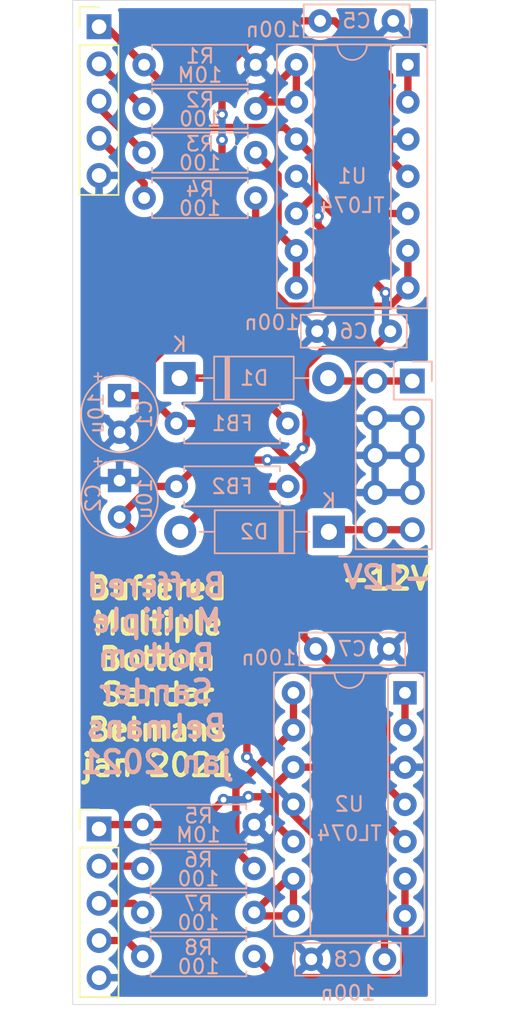
<source format=kicad_pcb>
(kicad_pcb (version 20171130) (host pcbnew "(5.1.8)-1")

  (general
    (thickness 1.6)
    (drawings 10)
    (tracks 135)
    (zones 0)
    (modules 23)
    (nets 24)
  )

  (page A4)
  (layers
    (0 F.Cu signal)
    (31 B.Cu signal)
    (32 B.Adhes user)
    (33 F.Adhes user)
    (34 B.Paste user)
    (35 F.Paste user)
    (36 B.SilkS user)
    (37 F.SilkS user)
    (38 B.Mask user)
    (39 F.Mask user)
    (40 Dwgs.User user)
    (41 Cmts.User user)
    (42 Eco1.User user)
    (43 Eco2.User user)
    (44 Edge.Cuts user)
    (45 Margin user)
    (46 B.CrtYd user)
    (47 F.CrtYd user)
    (48 B.Fab user)
    (49 F.Fab user)
  )

  (setup
    (last_trace_width 0.5)
    (user_trace_width 0.5)
    (trace_clearance 0.2)
    (zone_clearance 0.508)
    (zone_45_only no)
    (trace_min 0.2)
    (via_size 0.8)
    (via_drill 0.4)
    (via_min_size 0.4)
    (via_min_drill 0.3)
    (uvia_size 0.3)
    (uvia_drill 0.1)
    (uvias_allowed no)
    (uvia_min_size 0.2)
    (uvia_min_drill 0.1)
    (edge_width 0.05)
    (segment_width 0.2)
    (pcb_text_width 0.3)
    (pcb_text_size 1.5 1.5)
    (mod_edge_width 0.12)
    (mod_text_size 1 1)
    (mod_text_width 0.15)
    (pad_size 1.524 1.524)
    (pad_drill 0.762)
    (pad_to_mask_clearance 0)
    (aux_axis_origin 0 0)
    (visible_elements 7FFFFFFF)
    (pcbplotparams
      (layerselection 0x010f0_ffffffff)
      (usegerberextensions false)
      (usegerberattributes true)
      (usegerberadvancedattributes true)
      (creategerberjobfile true)
      (excludeedgelayer true)
      (linewidth 0.100000)
      (plotframeref false)
      (viasonmask false)
      (mode 1)
      (useauxorigin false)
      (hpglpennumber 1)
      (hpglpenspeed 20)
      (hpglpendiameter 15.000000)
      (psnegative false)
      (psa4output false)
      (plotreference true)
      (plotvalue true)
      (plotinvisibletext false)
      (padsonsilk false)
      (subtractmaskfromsilk false)
      (outputformat 1)
      (mirror false)
      (drillshape 0)
      (scaleselection 1)
      (outputdirectory "Gerbers/"))
  )

  (net 0 "")
  (net 1 GND)
  (net 2 "Net-(D1-Pad2)")
  (net 3 "Net-(D1-Pad1)")
  (net 4 "Net-(D2-Pad2)")
  (net 5 "Net-(D2-Pad1)")
  (net 6 "Net-(J1-Pad4)")
  (net 7 "Net-(J1-Pad3)")
  (net 8 "Net-(J1-Pad2)")
  (net 9 "Net-(J1-Pad1)")
  (net 10 "Net-(J2-Pad4)")
  (net 11 "Net-(J2-Pad3)")
  (net 12 "Net-(J2-Pad2)")
  (net 13 "Net-(J2-Pad1)")
  (net 14 +12V)
  (net 15 -12V)
  (net 16 "Net-(R2-Pad1)")
  (net 17 "Net-(R3-Pad1)")
  (net 18 "Net-(R4-Pad1)")
  (net 19 "Net-(R6-Pad1)")
  (net 20 "Net-(R7-Pad1)")
  (net 21 "Net-(R8-Pad1)")
  (net 22 "Net-(U2-Pad1)")
  (net 23 "Net-(U1-Pad1)")

  (net_class Default "This is the default net class."
    (clearance 0.2)
    (trace_width 0.25)
    (via_dia 0.8)
    (via_drill 0.4)
    (uvia_dia 0.3)
    (uvia_drill 0.1)
    (add_net +12V)
    (add_net -12V)
    (add_net GND)
    (add_net "Net-(D1-Pad1)")
    (add_net "Net-(D1-Pad2)")
    (add_net "Net-(D2-Pad1)")
    (add_net "Net-(D2-Pad2)")
    (add_net "Net-(J1-Pad1)")
    (add_net "Net-(J1-Pad2)")
    (add_net "Net-(J1-Pad3)")
    (add_net "Net-(J1-Pad4)")
    (add_net "Net-(J2-Pad1)")
    (add_net "Net-(J2-Pad2)")
    (add_net "Net-(J2-Pad3)")
    (add_net "Net-(J2-Pad4)")
    (add_net "Net-(R2-Pad1)")
    (add_net "Net-(R3-Pad1)")
    (add_net "Net-(R4-Pad1)")
    (add_net "Net-(R6-Pad1)")
    (add_net "Net-(R7-Pad1)")
    (add_net "Net-(R8-Pad1)")
    (add_net "Net-(U1-Pad1)")
    (add_net "Net-(U2-Pad1)")
  )

  (module Resistor_THT:R_Axial_DIN0207_L6.3mm_D2.5mm_P7.62mm_Horizontal (layer B.Cu) (tedit 5AE5139B) (tstamp 602D1667)
    (at 49.3 138.5 180)
    (descr "Resistor, Axial_DIN0207 series, Axial, Horizontal, pin pitch=7.62mm, 0.25W = 1/4W, length*diameter=6.3*2.5mm^2, http://cdn-reichelt.de/documents/datenblatt/B400/1_4W%23YAG.pdf")
    (tags "Resistor Axial_DIN0207 series Axial Horizontal pin pitch 7.62mm 0.25W = 1/4W length 6.3mm diameter 2.5mm")
    (path /5FFD8443)
    (fp_text reference FB2 (at 3.81 0) (layer B.SilkS)
      (effects (font (size 1 1) (thickness 0.15)) (justify mirror))
    )
    (fp_text value Ferrite_Bead (at 3.81 -2.37) (layer B.Fab)
      (effects (font (size 1 1) (thickness 0.15)) (justify mirror))
    )
    (fp_text user %R (at 3.81 0) (layer B.Fab)
      (effects (font (size 1 1) (thickness 0.15)) (justify mirror))
    )
    (fp_line (start 0.66 1.25) (end 0.66 -1.25) (layer B.Fab) (width 0.1))
    (fp_line (start 0.66 -1.25) (end 6.96 -1.25) (layer B.Fab) (width 0.1))
    (fp_line (start 6.96 -1.25) (end 6.96 1.25) (layer B.Fab) (width 0.1))
    (fp_line (start 6.96 1.25) (end 0.66 1.25) (layer B.Fab) (width 0.1))
    (fp_line (start 0 0) (end 0.66 0) (layer B.Fab) (width 0.1))
    (fp_line (start 7.62 0) (end 6.96 0) (layer B.Fab) (width 0.1))
    (fp_line (start 0.54 1.04) (end 0.54 1.37) (layer B.SilkS) (width 0.12))
    (fp_line (start 0.54 1.37) (end 7.08 1.37) (layer B.SilkS) (width 0.12))
    (fp_line (start 7.08 1.37) (end 7.08 1.04) (layer B.SilkS) (width 0.12))
    (fp_line (start 0.54 -1.04) (end 0.54 -1.37) (layer B.SilkS) (width 0.12))
    (fp_line (start 0.54 -1.37) (end 7.08 -1.37) (layer B.SilkS) (width 0.12))
    (fp_line (start 7.08 -1.37) (end 7.08 -1.04) (layer B.SilkS) (width 0.12))
    (fp_line (start -1.05 1.5) (end -1.05 -1.5) (layer B.CrtYd) (width 0.05))
    (fp_line (start -1.05 -1.5) (end 8.67 -1.5) (layer B.CrtYd) (width 0.05))
    (fp_line (start 8.67 -1.5) (end 8.67 1.5) (layer B.CrtYd) (width 0.05))
    (fp_line (start 8.67 1.5) (end -1.05 1.5) (layer B.CrtYd) (width 0.05))
    (pad 2 thru_hole oval (at 7.62 0 180) (size 1.6 1.6) (drill 0.8) (layers *.Cu *.Mask)
      (net 15 -12V))
    (pad 1 thru_hole circle (at 0 0 180) (size 1.6 1.6) (drill 0.8) (layers *.Cu *.Mask)
      (net 4 "Net-(D2-Pad2)"))
    (model ${KISYS3DMOD}/Resistor_THT.3dshapes/R_Axial_DIN0207_L6.3mm_D2.5mm_P7.62mm_Horizontal.wrl
      (at (xyz 0 0 0))
      (scale (xyz 1 1 1))
      (rotate (xyz 0 0 0))
    )
  )

  (module Resistor_THT:R_Axial_DIN0207_L6.3mm_D2.5mm_P7.62mm_Horizontal (layer B.Cu) (tedit 5AE5139B) (tstamp 602D1650)
    (at 49.3 134.2 180)
    (descr "Resistor, Axial_DIN0207 series, Axial, Horizontal, pin pitch=7.62mm, 0.25W = 1/4W, length*diameter=6.3*2.5mm^2, http://cdn-reichelt.de/documents/datenblatt/B400/1_4W%23YAG.pdf")
    (tags "Resistor Axial_DIN0207 series Axial Horizontal pin pitch 7.62mm 0.25W = 1/4W length 6.3mm diameter 2.5mm")
    (path /5FFD9868)
    (fp_text reference FB1 (at 3.8 0) (layer B.SilkS)
      (effects (font (size 1 1) (thickness 0.15)) (justify mirror))
    )
    (fp_text value Ferrite_Bead (at 3.81 -2.37) (layer B.Fab)
      (effects (font (size 1 1) (thickness 0.15)) (justify mirror))
    )
    (fp_text user %R (at 3.81 0) (layer B.Fab)
      (effects (font (size 1 1) (thickness 0.15)) (justify mirror))
    )
    (fp_line (start 0.66 1.25) (end 0.66 -1.25) (layer B.Fab) (width 0.1))
    (fp_line (start 0.66 -1.25) (end 6.96 -1.25) (layer B.Fab) (width 0.1))
    (fp_line (start 6.96 -1.25) (end 6.96 1.25) (layer B.Fab) (width 0.1))
    (fp_line (start 6.96 1.25) (end 0.66 1.25) (layer B.Fab) (width 0.1))
    (fp_line (start 0 0) (end 0.66 0) (layer B.Fab) (width 0.1))
    (fp_line (start 7.62 0) (end 6.96 0) (layer B.Fab) (width 0.1))
    (fp_line (start 0.54 1.04) (end 0.54 1.37) (layer B.SilkS) (width 0.12))
    (fp_line (start 0.54 1.37) (end 7.08 1.37) (layer B.SilkS) (width 0.12))
    (fp_line (start 7.08 1.37) (end 7.08 1.04) (layer B.SilkS) (width 0.12))
    (fp_line (start 0.54 -1.04) (end 0.54 -1.37) (layer B.SilkS) (width 0.12))
    (fp_line (start 0.54 -1.37) (end 7.08 -1.37) (layer B.SilkS) (width 0.12))
    (fp_line (start 7.08 -1.37) (end 7.08 -1.04) (layer B.SilkS) (width 0.12))
    (fp_line (start -1.05 1.5) (end -1.05 -1.5) (layer B.CrtYd) (width 0.05))
    (fp_line (start -1.05 -1.5) (end 8.67 -1.5) (layer B.CrtYd) (width 0.05))
    (fp_line (start 8.67 -1.5) (end 8.67 1.5) (layer B.CrtYd) (width 0.05))
    (fp_line (start 8.67 1.5) (end -1.05 1.5) (layer B.CrtYd) (width 0.05))
    (pad 2 thru_hole oval (at 7.62 0 180) (size 1.6 1.6) (drill 0.8) (layers *.Cu *.Mask)
      (net 14 +12V))
    (pad 1 thru_hole circle (at 0 0 180) (size 1.6 1.6) (drill 0.8) (layers *.Cu *.Mask)
      (net 3 "Net-(D1-Pad1)"))
    (model ${KISYS3DMOD}/Resistor_THT.3dshapes/R_Axial_DIN0207_L6.3mm_D2.5mm_P7.62mm_Horizontal.wrl
      (at (xyz 0 0 0))
      (scale (xyz 1 1 1))
      (rotate (xyz 0 0 0))
    )
  )

  (module Diode_THT:D_DO-41_SOD81_P10.16mm_Horizontal (layer B.Cu) (tedit 5AE50CD5) (tstamp 602D0FCE)
    (at 52.1 141.6 180)
    (descr "Diode, DO-41_SOD81 series, Axial, Horizontal, pin pitch=10.16mm, , length*diameter=5.2*2.7mm^2, , http://www.diodes.com/_files/packages/DO-41%20(Plastic).pdf")
    (tags "Diode DO-41_SOD81 series Axial Horizontal pin pitch 10.16mm  length 5.2mm diameter 2.7mm")
    (path /602D2372)
    (fp_text reference D2 (at 5.1 0) (layer B.SilkS)
      (effects (font (size 1 1) (thickness 0.15)) (justify mirror))
    )
    (fp_text value 1N5817 (at 5.08 -2.47) (layer B.Fab)
      (effects (font (size 1 1) (thickness 0.15)) (justify mirror))
    )
    (fp_text user K (at 0 2.1) (layer B.SilkS)
      (effects (font (size 1 1) (thickness 0.15)) (justify mirror))
    )
    (fp_text user K (at 0 2.1) (layer B.Fab)
      (effects (font (size 1 1) (thickness 0.15)) (justify mirror))
    )
    (fp_text user %R (at 5.47 0) (layer B.Fab)
      (effects (font (size 1 1) (thickness 0.15)) (justify mirror))
    )
    (fp_line (start 2.48 1.35) (end 2.48 -1.35) (layer B.Fab) (width 0.1))
    (fp_line (start 2.48 -1.35) (end 7.68 -1.35) (layer B.Fab) (width 0.1))
    (fp_line (start 7.68 -1.35) (end 7.68 1.35) (layer B.Fab) (width 0.1))
    (fp_line (start 7.68 1.35) (end 2.48 1.35) (layer B.Fab) (width 0.1))
    (fp_line (start 0 0) (end 2.48 0) (layer B.Fab) (width 0.1))
    (fp_line (start 10.16 0) (end 7.68 0) (layer B.Fab) (width 0.1))
    (fp_line (start 3.26 1.35) (end 3.26 -1.35) (layer B.Fab) (width 0.1))
    (fp_line (start 3.36 1.35) (end 3.36 -1.35) (layer B.Fab) (width 0.1))
    (fp_line (start 3.16 1.35) (end 3.16 -1.35) (layer B.Fab) (width 0.1))
    (fp_line (start 2.36 1.47) (end 2.36 -1.47) (layer B.SilkS) (width 0.12))
    (fp_line (start 2.36 -1.47) (end 7.8 -1.47) (layer B.SilkS) (width 0.12))
    (fp_line (start 7.8 -1.47) (end 7.8 1.47) (layer B.SilkS) (width 0.12))
    (fp_line (start 7.8 1.47) (end 2.36 1.47) (layer B.SilkS) (width 0.12))
    (fp_line (start 1.34 0) (end 2.36 0) (layer B.SilkS) (width 0.12))
    (fp_line (start 8.82 0) (end 7.8 0) (layer B.SilkS) (width 0.12))
    (fp_line (start 3.26 1.47) (end 3.26 -1.47) (layer B.SilkS) (width 0.12))
    (fp_line (start 3.38 1.47) (end 3.38 -1.47) (layer B.SilkS) (width 0.12))
    (fp_line (start 3.14 1.47) (end 3.14 -1.47) (layer B.SilkS) (width 0.12))
    (fp_line (start -1.35 1.6) (end -1.35 -1.6) (layer B.CrtYd) (width 0.05))
    (fp_line (start -1.35 -1.6) (end 11.51 -1.6) (layer B.CrtYd) (width 0.05))
    (fp_line (start 11.51 -1.6) (end 11.51 1.6) (layer B.CrtYd) (width 0.05))
    (fp_line (start 11.51 1.6) (end -1.35 1.6) (layer B.CrtYd) (width 0.05))
    (pad 2 thru_hole oval (at 10.16 0 180) (size 2.2 2.2) (drill 1.1) (layers *.Cu *.Mask)
      (net 4 "Net-(D2-Pad2)"))
    (pad 1 thru_hole rect (at 0 0 180) (size 2.2 2.2) (drill 1.1) (layers *.Cu *.Mask)
      (net 5 "Net-(D2-Pad1)"))
    (model ${KISYS3DMOD}/Diode_THT.3dshapes/D_DO-41_SOD81_P10.16mm_Horizontal.wrl
      (at (xyz 0 0 0))
      (scale (xyz 1 1 1))
      (rotate (xyz 0 0 0))
    )
  )

  (module Diode_THT:D_DO-41_SOD81_P10.16mm_Horizontal (layer B.Cu) (tedit 5AE50CD5) (tstamp 602D1078)
    (at 41.9 131.1)
    (descr "Diode, DO-41_SOD81 series, Axial, Horizontal, pin pitch=10.16mm, , length*diameter=5.2*2.7mm^2, , http://www.diodes.com/_files/packages/DO-41%20(Plastic).pdf")
    (tags "Diode DO-41_SOD81 series Axial Horizontal pin pitch 10.16mm  length 5.2mm diameter 2.7mm")
    (path /602D1284)
    (fp_text reference D1 (at 5.1 0) (layer B.SilkS)
      (effects (font (size 1 1) (thickness 0.15)) (justify mirror))
    )
    (fp_text value 1N5817 (at 5.08 -2.47) (layer B.Fab)
      (effects (font (size 1 1) (thickness 0.15)) (justify mirror))
    )
    (fp_text user K (at 0 -2.3) (layer B.SilkS)
      (effects (font (size 1 1) (thickness 0.15)) (justify mirror))
    )
    (fp_text user K (at 0 2.1) (layer B.Fab)
      (effects (font (size 1 1) (thickness 0.15)) (justify mirror))
    )
    (fp_text user %R (at 5.47 0) (layer B.Fab)
      (effects (font (size 1 1) (thickness 0.15)) (justify mirror))
    )
    (fp_line (start 2.48 1.35) (end 2.48 -1.35) (layer B.Fab) (width 0.1))
    (fp_line (start 2.48 -1.35) (end 7.68 -1.35) (layer B.Fab) (width 0.1))
    (fp_line (start 7.68 -1.35) (end 7.68 1.35) (layer B.Fab) (width 0.1))
    (fp_line (start 7.68 1.35) (end 2.48 1.35) (layer B.Fab) (width 0.1))
    (fp_line (start 0 0) (end 2.48 0) (layer B.Fab) (width 0.1))
    (fp_line (start 10.16 0) (end 7.68 0) (layer B.Fab) (width 0.1))
    (fp_line (start 3.26 1.35) (end 3.26 -1.35) (layer B.Fab) (width 0.1))
    (fp_line (start 3.36 1.35) (end 3.36 -1.35) (layer B.Fab) (width 0.1))
    (fp_line (start 3.16 1.35) (end 3.16 -1.35) (layer B.Fab) (width 0.1))
    (fp_line (start 2.36 1.47) (end 2.36 -1.47) (layer B.SilkS) (width 0.12))
    (fp_line (start 2.36 -1.47) (end 7.8 -1.47) (layer B.SilkS) (width 0.12))
    (fp_line (start 7.8 -1.47) (end 7.8 1.47) (layer B.SilkS) (width 0.12))
    (fp_line (start 7.8 1.47) (end 2.36 1.47) (layer B.SilkS) (width 0.12))
    (fp_line (start 1.34 0) (end 2.36 0) (layer B.SilkS) (width 0.12))
    (fp_line (start 8.82 0) (end 7.8 0) (layer B.SilkS) (width 0.12))
    (fp_line (start 3.26 1.47) (end 3.26 -1.47) (layer B.SilkS) (width 0.12))
    (fp_line (start 3.38 1.47) (end 3.38 -1.47) (layer B.SilkS) (width 0.12))
    (fp_line (start 3.14 1.47) (end 3.14 -1.47) (layer B.SilkS) (width 0.12))
    (fp_line (start -1.35 1.6) (end -1.35 -1.6) (layer B.CrtYd) (width 0.05))
    (fp_line (start -1.35 -1.6) (end 11.51 -1.6) (layer B.CrtYd) (width 0.05))
    (fp_line (start 11.51 -1.6) (end 11.51 1.6) (layer B.CrtYd) (width 0.05))
    (fp_line (start 11.51 1.6) (end -1.35 1.6) (layer B.CrtYd) (width 0.05))
    (pad 2 thru_hole oval (at 10.16 0) (size 2.2 2.2) (drill 1.1) (layers *.Cu *.Mask)
      (net 2 "Net-(D1-Pad2)"))
    (pad 1 thru_hole rect (at 0 0) (size 2.2 2.2) (drill 1.1) (layers *.Cu *.Mask)
      (net 3 "Net-(D1-Pad1)"))
    (model ${KISYS3DMOD}/Diode_THT.3dshapes/D_DO-41_SOD81_P10.16mm_Horizontal.wrl
      (at (xyz 0 0 0))
      (scale (xyz 1 1 1))
      (rotate (xyz 0 0 0))
    )
  )

  (module Capacitor_THT:CP_Radial_Tantal_D5.0mm_P2.50mm (layer B.Cu) (tedit 5AE50EF0) (tstamp 600273F3)
    (at 37.8 132.3 270)
    (descr "CP, Radial_Tantal series, Radial, pin pitch=2.50mm, , diameter=5.0mm, Tantal Electrolytic Capacitor, http://cdn-reichelt.de/documents/datenblatt/B300/TANTAL-TB-Serie%23.pdf")
    (tags "CP Radial_Tantal series Radial pin pitch 2.50mm  diameter 5.0mm Tantal Electrolytic Capacitor")
    (path /5FFEA75A)
    (fp_text reference C1 (at 1.25 -1.7 90) (layer B.SilkS)
      (effects (font (size 1 1) (thickness 0.15)) (justify mirror))
    )
    (fp_text value 10u (at 1.2 1.6 90) (layer B.SilkS)
      (effects (font (size 1 1) (thickness 0.15)) (justify mirror))
    )
    (fp_circle (center 1.25 0) (end 3.75 0) (layer B.Fab) (width 0.1))
    (fp_circle (center 1.25 0) (end 3.87 0) (layer B.SilkS) (width 0.12))
    (fp_circle (center 1.25 0) (end 4 0) (layer B.CrtYd) (width 0.05))
    (fp_line (start -0.883605 1.0875) (end -0.383605 1.0875) (layer B.Fab) (width 0.1))
    (fp_line (start -0.633605 1.3375) (end -0.633605 0.8375) (layer B.Fab) (width 0.1))
    (fp_line (start -1.554775 1.475) (end -1.054775 1.475) (layer B.SilkS) (width 0.12))
    (fp_line (start -1.304775 1.725) (end -1.304775 1.225) (layer B.SilkS) (width 0.12))
    (fp_text user %R (at 1.25 0 90) (layer B.Fab)
      (effects (font (size 1 1) (thickness 0.15)) (justify mirror))
    )
    (pad 2 thru_hole circle (at 2.5 0 270) (size 1.6 1.6) (drill 0.8) (layers *.Cu *.Mask)
      (net 1 GND))
    (pad 1 thru_hole rect (at 0 0 270) (size 1.6 1.6) (drill 0.8) (layers *.Cu *.Mask)
      (net 14 +12V))
    (model ${KISYS3DMOD}/Capacitor_THT.3dshapes/CP_Radial_Tantal_D5.0mm_P2.50mm.wrl
      (at (xyz 0 0 0))
      (scale (xyz 1 1 1))
      (rotate (xyz 0 0 0))
    )
  )

  (module Package_DIP:DIP-14_W7.62mm_Socket (layer B.Cu) (tedit 5A02E8C5) (tstamp 60028C2F)
    (at 57.3 152.6 180)
    (descr "14-lead though-hole mounted DIP package, row spacing 7.62 mm (300 mils), Socket")
    (tags "THT DIP DIL PDIP 2.54mm 7.62mm 300mil Socket")
    (path /600583E5)
    (fp_text reference U2 (at 3.8 -7.6) (layer B.SilkS)
      (effects (font (size 1 1) (thickness 0.15)) (justify mirror))
    )
    (fp_text value TL074 (at 3.81 -9.6) (layer B.SilkS)
      (effects (font (size 1 1) (thickness 0.15)) (justify mirror))
    )
    (fp_line (start 1.635 1.27) (end 6.985 1.27) (layer B.Fab) (width 0.1))
    (fp_line (start 6.985 1.27) (end 6.985 -16.51) (layer B.Fab) (width 0.1))
    (fp_line (start 6.985 -16.51) (end 0.635 -16.51) (layer B.Fab) (width 0.1))
    (fp_line (start 0.635 -16.51) (end 0.635 0.27) (layer B.Fab) (width 0.1))
    (fp_line (start 0.635 0.27) (end 1.635 1.27) (layer B.Fab) (width 0.1))
    (fp_line (start -1.27 1.33) (end -1.27 -16.57) (layer B.Fab) (width 0.1))
    (fp_line (start -1.27 -16.57) (end 8.89 -16.57) (layer B.Fab) (width 0.1))
    (fp_line (start 8.89 -16.57) (end 8.89 1.33) (layer B.Fab) (width 0.1))
    (fp_line (start 8.89 1.33) (end -1.27 1.33) (layer B.Fab) (width 0.1))
    (fp_line (start 2.81 1.33) (end 1.16 1.33) (layer B.SilkS) (width 0.12))
    (fp_line (start 1.16 1.33) (end 1.16 -16.57) (layer B.SilkS) (width 0.12))
    (fp_line (start 1.16 -16.57) (end 6.46 -16.57) (layer B.SilkS) (width 0.12))
    (fp_line (start 6.46 -16.57) (end 6.46 1.33) (layer B.SilkS) (width 0.12))
    (fp_line (start 6.46 1.33) (end 4.81 1.33) (layer B.SilkS) (width 0.12))
    (fp_line (start -1.33 1.39) (end -1.33 -16.63) (layer B.SilkS) (width 0.12))
    (fp_line (start -1.33 -16.63) (end 8.95 -16.63) (layer B.SilkS) (width 0.12))
    (fp_line (start 8.95 -16.63) (end 8.95 1.39) (layer B.SilkS) (width 0.12))
    (fp_line (start 8.95 1.39) (end -1.33 1.39) (layer B.SilkS) (width 0.12))
    (fp_line (start -1.55 1.6) (end -1.55 -16.85) (layer B.CrtYd) (width 0.05))
    (fp_line (start -1.55 -16.85) (end 9.15 -16.85) (layer B.CrtYd) (width 0.05))
    (fp_line (start 9.15 -16.85) (end 9.15 1.6) (layer B.CrtYd) (width 0.05))
    (fp_line (start 9.15 1.6) (end -1.55 1.6) (layer B.CrtYd) (width 0.05))
    (fp_text user %R (at 3.81 -7.62) (layer B.Fab)
      (effects (font (size 1 1) (thickness 0.15)) (justify mirror))
    )
    (fp_arc (start 3.81 1.33) (end 2.81 1.33) (angle 180) (layer B.SilkS) (width 0.12))
    (pad 14 thru_hole oval (at 7.62 0 180) (size 1.6 1.6) (drill 0.8) (layers *.Cu *.Mask)
      (net 19 "Net-(R6-Pad1)"))
    (pad 7 thru_hole oval (at 0 -15.24 180) (size 1.6 1.6) (drill 0.8) (layers *.Cu *.Mask)
      (net 21 "Net-(R8-Pad1)"))
    (pad 13 thru_hole oval (at 7.62 -2.54 180) (size 1.6 1.6) (drill 0.8) (layers *.Cu *.Mask)
      (net 19 "Net-(R6-Pad1)"))
    (pad 6 thru_hole oval (at 0 -12.7 180) (size 1.6 1.6) (drill 0.8) (layers *.Cu *.Mask)
      (net 21 "Net-(R8-Pad1)"))
    (pad 12 thru_hole oval (at 7.62 -5.08 180) (size 1.6 1.6) (drill 0.8) (layers *.Cu *.Mask)
      (net 13 "Net-(J2-Pad1)"))
    (pad 5 thru_hole oval (at 0 -10.16 180) (size 1.6 1.6) (drill 0.8) (layers *.Cu *.Mask)
      (net 13 "Net-(J2-Pad1)"))
    (pad 11 thru_hole oval (at 7.62 -7.62 180) (size 1.6 1.6) (drill 0.8) (layers *.Cu *.Mask)
      (net 15 -12V))
    (pad 4 thru_hole oval (at 0 -7.62 180) (size 1.6 1.6) (drill 0.8) (layers *.Cu *.Mask)
      (net 14 +12V))
    (pad 10 thru_hole oval (at 7.62 -10.16 180) (size 1.6 1.6) (drill 0.8) (layers *.Cu *.Mask)
      (net 13 "Net-(J2-Pad1)"))
    (pad 3 thru_hole oval (at 0 -5.08 180) (size 1.6 1.6) (drill 0.8) (layers *.Cu *.Mask)
      (net 1 GND))
    (pad 9 thru_hole oval (at 7.62 -12.7 180) (size 1.6 1.6) (drill 0.8) (layers *.Cu *.Mask)
      (net 20 "Net-(R7-Pad1)"))
    (pad 2 thru_hole oval (at 0 -2.54 180) (size 1.6 1.6) (drill 0.8) (layers *.Cu *.Mask)
      (net 22 "Net-(U2-Pad1)"))
    (pad 8 thru_hole oval (at 7.62 -15.24 180) (size 1.6 1.6) (drill 0.8) (layers *.Cu *.Mask)
      (net 20 "Net-(R7-Pad1)"))
    (pad 1 thru_hole rect (at 0 0 180) (size 1.6 1.6) (drill 0.8) (layers *.Cu *.Mask)
      (net 22 "Net-(U2-Pad1)"))
    (model ${KISYS3DMOD}/Package_DIP.3dshapes/DIP-14_W7.62mm_Socket.wrl
      (at (xyz 0 0 0))
      (scale (xyz 1 1 1))
      (rotate (xyz 0 0 0))
    )
  )

  (module Package_DIP:DIP-14_W7.62mm_Socket (layer B.Cu) (tedit 5A02E8C5) (tstamp 60025096)
    (at 57.5 109.7 180)
    (descr "14-lead though-hole mounted DIP package, row spacing 7.62 mm (300 mils), Socket")
    (tags "THT DIP DIL PDIP 2.54mm 7.62mm 300mil Socket")
    (path /60038207)
    (fp_text reference U1 (at 3.81 -7.6) (layer B.SilkS)
      (effects (font (size 1 1) (thickness 0.15)) (justify mirror))
    )
    (fp_text value TL074 (at 3.81 -9.6) (layer B.SilkS)
      (effects (font (size 1 1) (thickness 0.15)) (justify mirror))
    )
    (fp_line (start 1.635 1.27) (end 6.985 1.27) (layer B.Fab) (width 0.1))
    (fp_line (start 6.985 1.27) (end 6.985 -16.51) (layer B.Fab) (width 0.1))
    (fp_line (start 6.985 -16.51) (end 0.635 -16.51) (layer B.Fab) (width 0.1))
    (fp_line (start 0.635 -16.51) (end 0.635 0.27) (layer B.Fab) (width 0.1))
    (fp_line (start 0.635 0.27) (end 1.635 1.27) (layer B.Fab) (width 0.1))
    (fp_line (start -1.27 1.33) (end -1.27 -16.57) (layer B.Fab) (width 0.1))
    (fp_line (start -1.27 -16.57) (end 8.89 -16.57) (layer B.Fab) (width 0.1))
    (fp_line (start 8.89 -16.57) (end 8.89 1.33) (layer B.Fab) (width 0.1))
    (fp_line (start 8.89 1.33) (end -1.27 1.33) (layer B.Fab) (width 0.1))
    (fp_line (start 2.81 1.33) (end 1.16 1.33) (layer B.SilkS) (width 0.12))
    (fp_line (start 1.16 1.33) (end 1.16 -16.57) (layer B.SilkS) (width 0.12))
    (fp_line (start 1.16 -16.57) (end 6.46 -16.57) (layer B.SilkS) (width 0.12))
    (fp_line (start 6.46 -16.57) (end 6.46 1.33) (layer B.SilkS) (width 0.12))
    (fp_line (start 6.46 1.33) (end 4.81 1.33) (layer B.SilkS) (width 0.12))
    (fp_line (start -1.33 1.39) (end -1.33 -16.63) (layer B.SilkS) (width 0.12))
    (fp_line (start -1.33 -16.63) (end 8.95 -16.63) (layer B.SilkS) (width 0.12))
    (fp_line (start 8.95 -16.63) (end 8.95 1.39) (layer B.SilkS) (width 0.12))
    (fp_line (start 8.95 1.39) (end -1.33 1.39) (layer B.SilkS) (width 0.12))
    (fp_line (start -1.55 1.6) (end -1.55 -16.85) (layer B.CrtYd) (width 0.05))
    (fp_line (start -1.55 -16.85) (end 9.15 -16.85) (layer B.CrtYd) (width 0.05))
    (fp_line (start 9.15 -16.85) (end 9.15 1.6) (layer B.CrtYd) (width 0.05))
    (fp_line (start 9.15 1.6) (end -1.55 1.6) (layer B.CrtYd) (width 0.05))
    (fp_text user %R (at 3.81 -7.62) (layer B.Fab)
      (effects (font (size 1 1) (thickness 0.15)) (justify mirror))
    )
    (fp_arc (start 3.81 1.33) (end 2.81 1.33) (angle 180) (layer B.SilkS) (width 0.12))
    (pad 14 thru_hole oval (at 7.62 0 180) (size 1.6 1.6) (drill 0.8) (layers *.Cu *.Mask)
      (net 16 "Net-(R2-Pad1)"))
    (pad 7 thru_hole oval (at 0 -15.24 180) (size 1.6 1.6) (drill 0.8) (layers *.Cu *.Mask)
      (net 18 "Net-(R4-Pad1)"))
    (pad 13 thru_hole oval (at 7.62 -2.54 180) (size 1.6 1.6) (drill 0.8) (layers *.Cu *.Mask)
      (net 16 "Net-(R2-Pad1)"))
    (pad 6 thru_hole oval (at 0 -12.7 180) (size 1.6 1.6) (drill 0.8) (layers *.Cu *.Mask)
      (net 18 "Net-(R4-Pad1)"))
    (pad 12 thru_hole oval (at 7.62 -5.08 180) (size 1.6 1.6) (drill 0.8) (layers *.Cu *.Mask)
      (net 9 "Net-(J1-Pad1)"))
    (pad 5 thru_hole oval (at 0 -10.16 180) (size 1.6 1.6) (drill 0.8) (layers *.Cu *.Mask)
      (net 9 "Net-(J1-Pad1)"))
    (pad 11 thru_hole oval (at 7.62 -7.62 180) (size 1.6 1.6) (drill 0.8) (layers *.Cu *.Mask)
      (net 15 -12V))
    (pad 4 thru_hole oval (at 0 -7.62 180) (size 1.6 1.6) (drill 0.8) (layers *.Cu *.Mask)
      (net 14 +12V))
    (pad 10 thru_hole oval (at 7.62 -10.16 180) (size 1.6 1.6) (drill 0.8) (layers *.Cu *.Mask)
      (net 9 "Net-(J1-Pad1)"))
    (pad 3 thru_hole oval (at 0 -5.08 180) (size 1.6 1.6) (drill 0.8) (layers *.Cu *.Mask)
      (net 1 GND))
    (pad 9 thru_hole oval (at 7.62 -12.7 180) (size 1.6 1.6) (drill 0.8) (layers *.Cu *.Mask)
      (net 17 "Net-(R3-Pad1)"))
    (pad 2 thru_hole oval (at 0 -2.54 180) (size 1.6 1.6) (drill 0.8) (layers *.Cu *.Mask)
      (net 23 "Net-(U1-Pad1)"))
    (pad 8 thru_hole oval (at 7.62 -15.24 180) (size 1.6 1.6) (drill 0.8) (layers *.Cu *.Mask)
      (net 17 "Net-(R3-Pad1)"))
    (pad 1 thru_hole rect (at 0 0 180) (size 1.6 1.6) (drill 0.8) (layers *.Cu *.Mask)
      (net 23 "Net-(U1-Pad1)"))
    (model ${KISYS3DMOD}/Package_DIP.3dshapes/DIP-14_W7.62mm_Socket.wrl
      (at (xyz 0 0 0))
      (scale (xyz 1 1 1))
      (rotate (xyz 0 0 0))
    )
  )

  (module Resistor_THT:R_Axial_DIN0207_L6.3mm_D2.5mm_P7.62mm_Horizontal (layer B.Cu) (tedit 5AE5139B) (tstamp 6002503E)
    (at 47 170.6 180)
    (descr "Resistor, Axial_DIN0207 series, Axial, Horizontal, pin pitch=7.62mm, 0.25W = 1/4W, length*diameter=6.3*2.5mm^2, http://cdn-reichelt.de/documents/datenblatt/B400/1_4W%23YAG.pdf")
    (tags "Resistor Axial_DIN0207 series Axial Horizontal pin pitch 7.62mm 0.25W = 1/4W length 6.3mm diameter 2.5mm")
    (path /6009AB09)
    (fp_text reference R8 (at 3.81 0.6) (layer B.SilkS)
      (effects (font (size 1 1) (thickness 0.15)) (justify mirror))
    )
    (fp_text value 100 (at 3.8 -0.7) (layer B.SilkS)
      (effects (font (size 1 1) (thickness 0.15)) (justify mirror))
    )
    (fp_line (start 0.66 1.25) (end 0.66 -1.25) (layer B.Fab) (width 0.1))
    (fp_line (start 0.66 -1.25) (end 6.96 -1.25) (layer B.Fab) (width 0.1))
    (fp_line (start 6.96 -1.25) (end 6.96 1.25) (layer B.Fab) (width 0.1))
    (fp_line (start 6.96 1.25) (end 0.66 1.25) (layer B.Fab) (width 0.1))
    (fp_line (start 0 0) (end 0.66 0) (layer B.Fab) (width 0.1))
    (fp_line (start 7.62 0) (end 6.96 0) (layer B.Fab) (width 0.1))
    (fp_line (start 0.54 1.04) (end 0.54 1.37) (layer B.SilkS) (width 0.12))
    (fp_line (start 0.54 1.37) (end 7.08 1.37) (layer B.SilkS) (width 0.12))
    (fp_line (start 7.08 1.37) (end 7.08 1.04) (layer B.SilkS) (width 0.12))
    (fp_line (start 0.54 -1.04) (end 0.54 -1.37) (layer B.SilkS) (width 0.12))
    (fp_line (start 0.54 -1.37) (end 7.08 -1.37) (layer B.SilkS) (width 0.12))
    (fp_line (start 7.08 -1.37) (end 7.08 -1.04) (layer B.SilkS) (width 0.12))
    (fp_line (start -1.05 1.5) (end -1.05 -1.5) (layer B.CrtYd) (width 0.05))
    (fp_line (start -1.05 -1.5) (end 8.67 -1.5) (layer B.CrtYd) (width 0.05))
    (fp_line (start 8.67 -1.5) (end 8.67 1.5) (layer B.CrtYd) (width 0.05))
    (fp_line (start 8.67 1.5) (end -1.05 1.5) (layer B.CrtYd) (width 0.05))
    (fp_text user %R (at 3.81 0) (layer B.Fab)
      (effects (font (size 1 1) (thickness 0.15)) (justify mirror))
    )
    (pad 2 thru_hole oval (at 7.62 0 180) (size 1.6 1.6) (drill 0.8) (layers *.Cu *.Mask)
      (net 10 "Net-(J2-Pad4)"))
    (pad 1 thru_hole circle (at 0 0 180) (size 1.6 1.6) (drill 0.8) (layers *.Cu *.Mask)
      (net 21 "Net-(R8-Pad1)"))
    (model ${KISYS3DMOD}/Resistor_THT.3dshapes/R_Axial_DIN0207_L6.3mm_D2.5mm_P7.62mm_Horizontal.wrl
      (at (xyz 0 0 0))
      (scale (xyz 1 1 1))
      (rotate (xyz 0 0 0))
    )
  )

  (module Resistor_THT:R_Axial_DIN0207_L6.3mm_D2.5mm_P7.62mm_Horizontal (layer B.Cu) (tedit 5AE5139B) (tstamp 60025027)
    (at 47 167.6 180)
    (descr "Resistor, Axial_DIN0207 series, Axial, Horizontal, pin pitch=7.62mm, 0.25W = 1/4W, length*diameter=6.3*2.5mm^2, http://cdn-reichelt.de/documents/datenblatt/B400/1_4W%23YAG.pdf")
    (tags "Resistor Axial_DIN0207 series Axial Horizontal pin pitch 7.62mm 0.25W = 1/4W length 6.3mm diameter 2.5mm")
    (path /60099FD6)
    (fp_text reference R7 (at 3.81 0.6) (layer B.SilkS)
      (effects (font (size 1 1) (thickness 0.15)) (justify mirror))
    )
    (fp_text value 100 (at 3.81 -0.7) (layer B.SilkS)
      (effects (font (size 1 1) (thickness 0.15)) (justify mirror))
    )
    (fp_line (start 0.66 1.25) (end 0.66 -1.25) (layer B.Fab) (width 0.1))
    (fp_line (start 0.66 -1.25) (end 6.96 -1.25) (layer B.Fab) (width 0.1))
    (fp_line (start 6.96 -1.25) (end 6.96 1.25) (layer B.Fab) (width 0.1))
    (fp_line (start 6.96 1.25) (end 0.66 1.25) (layer B.Fab) (width 0.1))
    (fp_line (start 0 0) (end 0.66 0) (layer B.Fab) (width 0.1))
    (fp_line (start 7.62 0) (end 6.96 0) (layer B.Fab) (width 0.1))
    (fp_line (start 0.54 1.04) (end 0.54 1.37) (layer B.SilkS) (width 0.12))
    (fp_line (start 0.54 1.37) (end 7.08 1.37) (layer B.SilkS) (width 0.12))
    (fp_line (start 7.08 1.37) (end 7.08 1.04) (layer B.SilkS) (width 0.12))
    (fp_line (start 0.54 -1.04) (end 0.54 -1.37) (layer B.SilkS) (width 0.12))
    (fp_line (start 0.54 -1.37) (end 7.08 -1.37) (layer B.SilkS) (width 0.12))
    (fp_line (start 7.08 -1.37) (end 7.08 -1.04) (layer B.SilkS) (width 0.12))
    (fp_line (start -1.05 1.5) (end -1.05 -1.5) (layer B.CrtYd) (width 0.05))
    (fp_line (start -1.05 -1.5) (end 8.67 -1.5) (layer B.CrtYd) (width 0.05))
    (fp_line (start 8.67 -1.5) (end 8.67 1.5) (layer B.CrtYd) (width 0.05))
    (fp_line (start 8.67 1.5) (end -1.05 1.5) (layer B.CrtYd) (width 0.05))
    (fp_text user %R (at 3.81 0) (layer B.Fab)
      (effects (font (size 1 1) (thickness 0.15)) (justify mirror))
    )
    (pad 2 thru_hole oval (at 7.62 0 180) (size 1.6 1.6) (drill 0.8) (layers *.Cu *.Mask)
      (net 11 "Net-(J2-Pad3)"))
    (pad 1 thru_hole circle (at 0 0 180) (size 1.6 1.6) (drill 0.8) (layers *.Cu *.Mask)
      (net 20 "Net-(R7-Pad1)"))
    (model ${KISYS3DMOD}/Resistor_THT.3dshapes/R_Axial_DIN0207_L6.3mm_D2.5mm_P7.62mm_Horizontal.wrl
      (at (xyz 0 0 0))
      (scale (xyz 1 1 1))
      (rotate (xyz 0 0 0))
    )
  )

  (module Resistor_THT:R_Axial_DIN0207_L6.3mm_D2.5mm_P7.62mm_Horizontal (layer B.Cu) (tedit 5AE5139B) (tstamp 60025010)
    (at 47 164.6 180)
    (descr "Resistor, Axial_DIN0207 series, Axial, Horizontal, pin pitch=7.62mm, 0.25W = 1/4W, length*diameter=6.3*2.5mm^2, http://cdn-reichelt.de/documents/datenblatt/B400/1_4W%23YAG.pdf")
    (tags "Resistor Axial_DIN0207 series Axial Horizontal pin pitch 7.62mm 0.25W = 1/4W length 6.3mm diameter 2.5mm")
    (path /600998ED)
    (fp_text reference R6 (at 3.81 0.6) (layer B.SilkS)
      (effects (font (size 1 1) (thickness 0.15)) (justify mirror))
    )
    (fp_text value 100 (at 3.81 -0.7) (layer B.SilkS)
      (effects (font (size 1 1) (thickness 0.15)) (justify mirror))
    )
    (fp_line (start 0.66 1.25) (end 0.66 -1.25) (layer B.Fab) (width 0.1))
    (fp_line (start 0.66 -1.25) (end 6.96 -1.25) (layer B.Fab) (width 0.1))
    (fp_line (start 6.96 -1.25) (end 6.96 1.25) (layer B.Fab) (width 0.1))
    (fp_line (start 6.96 1.25) (end 0.66 1.25) (layer B.Fab) (width 0.1))
    (fp_line (start 0 0) (end 0.66 0) (layer B.Fab) (width 0.1))
    (fp_line (start 7.62 0) (end 6.96 0) (layer B.Fab) (width 0.1))
    (fp_line (start 0.54 1.04) (end 0.54 1.37) (layer B.SilkS) (width 0.12))
    (fp_line (start 0.54 1.37) (end 7.08 1.37) (layer B.SilkS) (width 0.12))
    (fp_line (start 7.08 1.37) (end 7.08 1.04) (layer B.SilkS) (width 0.12))
    (fp_line (start 0.54 -1.04) (end 0.54 -1.37) (layer B.SilkS) (width 0.12))
    (fp_line (start 0.54 -1.37) (end 7.08 -1.37) (layer B.SilkS) (width 0.12))
    (fp_line (start 7.08 -1.37) (end 7.08 -1.04) (layer B.SilkS) (width 0.12))
    (fp_line (start -1.05 1.5) (end -1.05 -1.5) (layer B.CrtYd) (width 0.05))
    (fp_line (start -1.05 -1.5) (end 8.67 -1.5) (layer B.CrtYd) (width 0.05))
    (fp_line (start 8.67 -1.5) (end 8.67 1.5) (layer B.CrtYd) (width 0.05))
    (fp_line (start 8.67 1.5) (end -1.05 1.5) (layer B.CrtYd) (width 0.05))
    (fp_text user %R (at 3.81 0) (layer B.Fab)
      (effects (font (size 1 1) (thickness 0.15)) (justify mirror))
    )
    (pad 2 thru_hole oval (at 7.62 0 180) (size 1.6 1.6) (drill 0.8) (layers *.Cu *.Mask)
      (net 12 "Net-(J2-Pad2)"))
    (pad 1 thru_hole circle (at 0 0 180) (size 1.6 1.6) (drill 0.8) (layers *.Cu *.Mask)
      (net 19 "Net-(R6-Pad1)"))
    (model ${KISYS3DMOD}/Resistor_THT.3dshapes/R_Axial_DIN0207_L6.3mm_D2.5mm_P7.62mm_Horizontal.wrl
      (at (xyz 0 0 0))
      (scale (xyz 1 1 1))
      (rotate (xyz 0 0 0))
    )
  )

  (module Resistor_THT:R_Axial_DIN0207_L6.3mm_D2.5mm_P7.62mm_Horizontal (layer B.Cu) (tedit 5AE5139B) (tstamp 60024FF9)
    (at 47 161.6 180)
    (descr "Resistor, Axial_DIN0207 series, Axial, Horizontal, pin pitch=7.62mm, 0.25W = 1/4W, length*diameter=6.3*2.5mm^2, http://cdn-reichelt.de/documents/datenblatt/B400/1_4W%23YAG.pdf")
    (tags "Resistor Axial_DIN0207 series Axial Horizontal pin pitch 7.62mm 0.25W = 1/4W length 6.3mm diameter 2.5mm")
    (path /600292BB)
    (fp_text reference R5 (at 3.8 0.6) (layer B.SilkS)
      (effects (font (size 1 1) (thickness 0.15)) (justify mirror))
    )
    (fp_text value 10M (at 3.81 -0.7) (layer B.SilkS)
      (effects (font (size 1 1) (thickness 0.15)) (justify mirror))
    )
    (fp_line (start 0.66 1.25) (end 0.66 -1.25) (layer B.Fab) (width 0.1))
    (fp_line (start 0.66 -1.25) (end 6.96 -1.25) (layer B.Fab) (width 0.1))
    (fp_line (start 6.96 -1.25) (end 6.96 1.25) (layer B.Fab) (width 0.1))
    (fp_line (start 6.96 1.25) (end 0.66 1.25) (layer B.Fab) (width 0.1))
    (fp_line (start 0 0) (end 0.66 0) (layer B.Fab) (width 0.1))
    (fp_line (start 7.62 0) (end 6.96 0) (layer B.Fab) (width 0.1))
    (fp_line (start 0.54 1.04) (end 0.54 1.37) (layer B.SilkS) (width 0.12))
    (fp_line (start 0.54 1.37) (end 7.08 1.37) (layer B.SilkS) (width 0.12))
    (fp_line (start 7.08 1.37) (end 7.08 1.04) (layer B.SilkS) (width 0.12))
    (fp_line (start 0.54 -1.04) (end 0.54 -1.37) (layer B.SilkS) (width 0.12))
    (fp_line (start 0.54 -1.37) (end 7.08 -1.37) (layer B.SilkS) (width 0.12))
    (fp_line (start 7.08 -1.37) (end 7.08 -1.04) (layer B.SilkS) (width 0.12))
    (fp_line (start -1.05 1.5) (end -1.05 -1.5) (layer B.CrtYd) (width 0.05))
    (fp_line (start -1.05 -1.5) (end 8.67 -1.5) (layer B.CrtYd) (width 0.05))
    (fp_line (start 8.67 -1.5) (end 8.67 1.5) (layer B.CrtYd) (width 0.05))
    (fp_line (start 8.67 1.5) (end -1.05 1.5) (layer B.CrtYd) (width 0.05))
    (fp_text user %R (at 3.81 0) (layer B.Fab)
      (effects (font (size 1 1) (thickness 0.15)) (justify mirror))
    )
    (pad 2 thru_hole oval (at 7.62 0 180) (size 1.6 1.6) (drill 0.8) (layers *.Cu *.Mask)
      (net 13 "Net-(J2-Pad1)"))
    (pad 1 thru_hole circle (at 0 0 180) (size 1.6 1.6) (drill 0.8) (layers *.Cu *.Mask)
      (net 1 GND))
    (model ${KISYS3DMOD}/Resistor_THT.3dshapes/R_Axial_DIN0207_L6.3mm_D2.5mm_P7.62mm_Horizontal.wrl
      (at (xyz 0 0 0))
      (scale (xyz 1 1 1))
      (rotate (xyz 0 0 0))
    )
  )

  (module Resistor_THT:R_Axial_DIN0207_L6.3mm_D2.5mm_P7.62mm_Horizontal (layer B.Cu) (tedit 5AE5139B) (tstamp 60024FE2)
    (at 47.1 118.8 180)
    (descr "Resistor, Axial_DIN0207 series, Axial, Horizontal, pin pitch=7.62mm, 0.25W = 1/4W, length*diameter=6.3*2.5mm^2, http://cdn-reichelt.de/documents/datenblatt/B400/1_4W%23YAG.pdf")
    (tags "Resistor Axial_DIN0207 series Axial Horizontal pin pitch 7.62mm 0.25W = 1/4W length 6.3mm diameter 2.5mm")
    (path /60099759)
    (fp_text reference R4 (at 3.8 0.6) (layer B.SilkS)
      (effects (font (size 1 1) (thickness 0.15)) (justify mirror))
    )
    (fp_text value 100 (at 3.81 -0.7) (layer B.SilkS)
      (effects (font (size 1 1) (thickness 0.15)) (justify mirror))
    )
    (fp_line (start 0.66 1.25) (end 0.66 -1.25) (layer B.Fab) (width 0.1))
    (fp_line (start 0.66 -1.25) (end 6.96 -1.25) (layer B.Fab) (width 0.1))
    (fp_line (start 6.96 -1.25) (end 6.96 1.25) (layer B.Fab) (width 0.1))
    (fp_line (start 6.96 1.25) (end 0.66 1.25) (layer B.Fab) (width 0.1))
    (fp_line (start 0 0) (end 0.66 0) (layer B.Fab) (width 0.1))
    (fp_line (start 7.62 0) (end 6.96 0) (layer B.Fab) (width 0.1))
    (fp_line (start 0.54 1.04) (end 0.54 1.37) (layer B.SilkS) (width 0.12))
    (fp_line (start 0.54 1.37) (end 7.08 1.37) (layer B.SilkS) (width 0.12))
    (fp_line (start 7.08 1.37) (end 7.08 1.04) (layer B.SilkS) (width 0.12))
    (fp_line (start 0.54 -1.04) (end 0.54 -1.37) (layer B.SilkS) (width 0.12))
    (fp_line (start 0.54 -1.37) (end 7.08 -1.37) (layer B.SilkS) (width 0.12))
    (fp_line (start 7.08 -1.37) (end 7.08 -1.04) (layer B.SilkS) (width 0.12))
    (fp_line (start -1.05 1.5) (end -1.05 -1.5) (layer B.CrtYd) (width 0.05))
    (fp_line (start -1.05 -1.5) (end 8.67 -1.5) (layer B.CrtYd) (width 0.05))
    (fp_line (start 8.67 -1.5) (end 8.67 1.5) (layer B.CrtYd) (width 0.05))
    (fp_line (start 8.67 1.5) (end -1.05 1.5) (layer B.CrtYd) (width 0.05))
    (fp_text user %R (at 3.81 0) (layer B.Fab)
      (effects (font (size 1 1) (thickness 0.15)) (justify mirror))
    )
    (pad 2 thru_hole oval (at 7.62 0 180) (size 1.6 1.6) (drill 0.8) (layers *.Cu *.Mask)
      (net 6 "Net-(J1-Pad4)"))
    (pad 1 thru_hole circle (at 0 0 180) (size 1.6 1.6) (drill 0.8) (layers *.Cu *.Mask)
      (net 18 "Net-(R4-Pad1)"))
    (model ${KISYS3DMOD}/Resistor_THT.3dshapes/R_Axial_DIN0207_L6.3mm_D2.5mm_P7.62mm_Horizontal.wrl
      (at (xyz 0 0 0))
      (scale (xyz 1 1 1))
      (rotate (xyz 0 0 0))
    )
  )

  (module Resistor_THT:R_Axial_DIN0207_L6.3mm_D2.5mm_P7.62mm_Horizontal (layer B.Cu) (tedit 5AE5139B) (tstamp 60024FCB)
    (at 47.1 115.7 180)
    (descr "Resistor, Axial_DIN0207 series, Axial, Horizontal, pin pitch=7.62mm, 0.25W = 1/4W, length*diameter=6.3*2.5mm^2, http://cdn-reichelt.de/documents/datenblatt/B400/1_4W%23YAG.pdf")
    (tags "Resistor Axial_DIN0207 series Axial Horizontal pin pitch 7.62mm 0.25W = 1/4W length 6.3mm diameter 2.5mm")
    (path /60099553)
    (fp_text reference R3 (at 3.8 0.6) (layer B.SilkS)
      (effects (font (size 1 1) (thickness 0.15)) (justify mirror))
    )
    (fp_text value 100 (at 3.81 -0.7) (layer B.SilkS)
      (effects (font (size 1 1) (thickness 0.15)) (justify mirror))
    )
    (fp_line (start 0.66 1.25) (end 0.66 -1.25) (layer B.Fab) (width 0.1))
    (fp_line (start 0.66 -1.25) (end 6.96 -1.25) (layer B.Fab) (width 0.1))
    (fp_line (start 6.96 -1.25) (end 6.96 1.25) (layer B.Fab) (width 0.1))
    (fp_line (start 6.96 1.25) (end 0.66 1.25) (layer B.Fab) (width 0.1))
    (fp_line (start 0 0) (end 0.66 0) (layer B.Fab) (width 0.1))
    (fp_line (start 7.62 0) (end 6.96 0) (layer B.Fab) (width 0.1))
    (fp_line (start 0.54 1.04) (end 0.54 1.37) (layer B.SilkS) (width 0.12))
    (fp_line (start 0.54 1.37) (end 7.08 1.37) (layer B.SilkS) (width 0.12))
    (fp_line (start 7.08 1.37) (end 7.08 1.04) (layer B.SilkS) (width 0.12))
    (fp_line (start 0.54 -1.04) (end 0.54 -1.37) (layer B.SilkS) (width 0.12))
    (fp_line (start 0.54 -1.37) (end 7.08 -1.37) (layer B.SilkS) (width 0.12))
    (fp_line (start 7.08 -1.37) (end 7.08 -1.04) (layer B.SilkS) (width 0.12))
    (fp_line (start -1.05 1.5) (end -1.05 -1.5) (layer B.CrtYd) (width 0.05))
    (fp_line (start -1.05 -1.5) (end 8.67 -1.5) (layer B.CrtYd) (width 0.05))
    (fp_line (start 8.67 -1.5) (end 8.67 1.5) (layer B.CrtYd) (width 0.05))
    (fp_line (start 8.67 1.5) (end -1.05 1.5) (layer B.CrtYd) (width 0.05))
    (fp_text user %R (at 3.81 0) (layer B.Fab)
      (effects (font (size 1 1) (thickness 0.15)) (justify mirror))
    )
    (pad 2 thru_hole oval (at 7.62 0 180) (size 1.6 1.6) (drill 0.8) (layers *.Cu *.Mask)
      (net 7 "Net-(J1-Pad3)"))
    (pad 1 thru_hole circle (at 0 0 180) (size 1.6 1.6) (drill 0.8) (layers *.Cu *.Mask)
      (net 17 "Net-(R3-Pad1)"))
    (model ${KISYS3DMOD}/Resistor_THT.3dshapes/R_Axial_DIN0207_L6.3mm_D2.5mm_P7.62mm_Horizontal.wrl
      (at (xyz 0 0 0))
      (scale (xyz 1 1 1))
      (rotate (xyz 0 0 0))
    )
  )

  (module Resistor_THT:R_Axial_DIN0207_L6.3mm_D2.5mm_P7.62mm_Horizontal (layer B.Cu) (tedit 5AE5139B) (tstamp 60024FB4)
    (at 47.1 112.7 180)
    (descr "Resistor, Axial_DIN0207 series, Axial, Horizontal, pin pitch=7.62mm, 0.25W = 1/4W, length*diameter=6.3*2.5mm^2, http://cdn-reichelt.de/documents/datenblatt/B400/1_4W%23YAG.pdf")
    (tags "Resistor Axial_DIN0207 series Axial Horizontal pin pitch 7.62mm 0.25W = 1/4W length 6.3mm diameter 2.5mm")
    (path /600AE4EA)
    (fp_text reference R2 (at 3.8 0.6) (layer B.SilkS)
      (effects (font (size 1 1) (thickness 0.15)) (justify mirror))
    )
    (fp_text value 100 (at 3.8 -0.7) (layer B.SilkS)
      (effects (font (size 1 1) (thickness 0.15)) (justify mirror))
    )
    (fp_line (start 0.66 1.25) (end 0.66 -1.25) (layer B.Fab) (width 0.1))
    (fp_line (start 0.66 -1.25) (end 6.96 -1.25) (layer B.Fab) (width 0.1))
    (fp_line (start 6.96 -1.25) (end 6.96 1.25) (layer B.Fab) (width 0.1))
    (fp_line (start 6.96 1.25) (end 0.66 1.25) (layer B.Fab) (width 0.1))
    (fp_line (start 0 0) (end 0.66 0) (layer B.Fab) (width 0.1))
    (fp_line (start 7.62 0) (end 6.96 0) (layer B.Fab) (width 0.1))
    (fp_line (start 0.54 1.04) (end 0.54 1.37) (layer B.SilkS) (width 0.12))
    (fp_line (start 0.54 1.37) (end 7.08 1.37) (layer B.SilkS) (width 0.12))
    (fp_line (start 7.08 1.37) (end 7.08 1.04) (layer B.SilkS) (width 0.12))
    (fp_line (start 0.54 -1.04) (end 0.54 -1.37) (layer B.SilkS) (width 0.12))
    (fp_line (start 0.54 -1.37) (end 7.08 -1.37) (layer B.SilkS) (width 0.12))
    (fp_line (start 7.08 -1.37) (end 7.08 -1.04) (layer B.SilkS) (width 0.12))
    (fp_line (start -1.05 1.5) (end -1.05 -1.5) (layer B.CrtYd) (width 0.05))
    (fp_line (start -1.05 -1.5) (end 8.67 -1.5) (layer B.CrtYd) (width 0.05))
    (fp_line (start 8.67 -1.5) (end 8.67 1.5) (layer B.CrtYd) (width 0.05))
    (fp_line (start 8.67 1.5) (end -1.05 1.5) (layer B.CrtYd) (width 0.05))
    (fp_text user %R (at 3.81 0) (layer B.Fab)
      (effects (font (size 1 1) (thickness 0.15)) (justify mirror))
    )
    (pad 2 thru_hole oval (at 7.62 0 180) (size 1.6 1.6) (drill 0.8) (layers *.Cu *.Mask)
      (net 8 "Net-(J1-Pad2)"))
    (pad 1 thru_hole circle (at 0 0 180) (size 1.6 1.6) (drill 0.8) (layers *.Cu *.Mask)
      (net 16 "Net-(R2-Pad1)"))
    (model ${KISYS3DMOD}/Resistor_THT.3dshapes/R_Axial_DIN0207_L6.3mm_D2.5mm_P7.62mm_Horizontal.wrl
      (at (xyz 0 0 0))
      (scale (xyz 1 1 1))
      (rotate (xyz 0 0 0))
    )
  )

  (module Resistor_THT:R_Axial_DIN0207_L6.3mm_D2.5mm_P7.62mm_Horizontal (layer B.Cu) (tedit 5AE5139B) (tstamp 60024F9D)
    (at 47.1 109.7 180)
    (descr "Resistor, Axial_DIN0207 series, Axial, Horizontal, pin pitch=7.62mm, 0.25W = 1/4W, length*diameter=6.3*2.5mm^2, http://cdn-reichelt.de/documents/datenblatt/B400/1_4W%23YAG.pdf")
    (tags "Resistor Axial_DIN0207 series Axial Horizontal pin pitch 7.62mm 0.25W = 1/4W length 6.3mm diameter 2.5mm")
    (path /60027DEA)
    (fp_text reference R1 (at 3.8 0.6) (layer B.SilkS)
      (effects (font (size 1 1) (thickness 0.15)) (justify mirror))
    )
    (fp_text value 10M (at 3.81 -0.7) (layer B.SilkS)
      (effects (font (size 1 1) (thickness 0.15)) (justify mirror))
    )
    (fp_line (start 0.66 1.25) (end 0.66 -1.25) (layer B.Fab) (width 0.1))
    (fp_line (start 0.66 -1.25) (end 6.96 -1.25) (layer B.Fab) (width 0.1))
    (fp_line (start 6.96 -1.25) (end 6.96 1.25) (layer B.Fab) (width 0.1))
    (fp_line (start 6.96 1.25) (end 0.66 1.25) (layer B.Fab) (width 0.1))
    (fp_line (start 0 0) (end 0.66 0) (layer B.Fab) (width 0.1))
    (fp_line (start 7.62 0) (end 6.96 0) (layer B.Fab) (width 0.1))
    (fp_line (start 0.54 1.04) (end 0.54 1.37) (layer B.SilkS) (width 0.12))
    (fp_line (start 0.54 1.37) (end 7.08 1.37) (layer B.SilkS) (width 0.12))
    (fp_line (start 7.08 1.37) (end 7.08 1.04) (layer B.SilkS) (width 0.12))
    (fp_line (start 0.54 -1.04) (end 0.54 -1.37) (layer B.SilkS) (width 0.12))
    (fp_line (start 0.54 -1.37) (end 7.08 -1.37) (layer B.SilkS) (width 0.12))
    (fp_line (start 7.08 -1.37) (end 7.08 -1.04) (layer B.SilkS) (width 0.12))
    (fp_line (start -1.05 1.5) (end -1.05 -1.5) (layer B.CrtYd) (width 0.05))
    (fp_line (start -1.05 -1.5) (end 8.67 -1.5) (layer B.CrtYd) (width 0.05))
    (fp_line (start 8.67 -1.5) (end 8.67 1.5) (layer B.CrtYd) (width 0.05))
    (fp_line (start 8.67 1.5) (end -1.05 1.5) (layer B.CrtYd) (width 0.05))
    (fp_text user %R (at 3.81 0) (layer B.Fab)
      (effects (font (size 1 1) (thickness 0.15)) (justify mirror))
    )
    (pad 2 thru_hole oval (at 7.62 0 180) (size 1.6 1.6) (drill 0.8) (layers *.Cu *.Mask)
      (net 9 "Net-(J1-Pad1)"))
    (pad 1 thru_hole circle (at 0 0 180) (size 1.6 1.6) (drill 0.8) (layers *.Cu *.Mask)
      (net 1 GND))
    (model ${KISYS3DMOD}/Resistor_THT.3dshapes/R_Axial_DIN0207_L6.3mm_D2.5mm_P7.62mm_Horizontal.wrl
      (at (xyz 0 0 0))
      (scale (xyz 1 1 1))
      (rotate (xyz 0 0 0))
    )
  )

  (module Connector_PinHeader_2.54mm:PinHeader_2x05_P2.54mm_Vertical (layer B.Cu) (tedit 59FED5CC) (tstamp 60024F86)
    (at 57.8 131.3 180)
    (descr "Through hole straight pin header, 2x05, 2.54mm pitch, double rows")
    (tags "Through hole pin header THT 2x05 2.54mm double row")
    (path /5FFD70B2)
    (fp_text reference J3 (at 1.27 2.33) (layer B.SilkS) hide
      (effects (font (size 1 1) (thickness 0.15)) (justify mirror))
    )
    (fp_text value Conn_02x05_Odd_Even (at 1.27 -12.49) (layer B.Fab)
      (effects (font (size 1 1) (thickness 0.15)) (justify mirror))
    )
    (fp_line (start 0 1.27) (end 3.81 1.27) (layer B.Fab) (width 0.1))
    (fp_line (start 3.81 1.27) (end 3.81 -11.43) (layer B.Fab) (width 0.1))
    (fp_line (start 3.81 -11.43) (end -1.27 -11.43) (layer B.Fab) (width 0.1))
    (fp_line (start -1.27 -11.43) (end -1.27 0) (layer B.Fab) (width 0.1))
    (fp_line (start -1.27 0) (end 0 1.27) (layer B.Fab) (width 0.1))
    (fp_line (start -1.33 -11.49) (end 3.87 -11.49) (layer B.SilkS) (width 0.12))
    (fp_line (start -1.33 -1.27) (end -1.33 -11.49) (layer B.SilkS) (width 0.12))
    (fp_line (start 3.87 1.33) (end 3.87 -11.49) (layer B.SilkS) (width 0.12))
    (fp_line (start -1.33 -1.27) (end 1.27 -1.27) (layer B.SilkS) (width 0.12))
    (fp_line (start 1.27 -1.27) (end 1.27 1.33) (layer B.SilkS) (width 0.12))
    (fp_line (start 1.27 1.33) (end 3.87 1.33) (layer B.SilkS) (width 0.12))
    (fp_line (start -1.33 0) (end -1.33 1.33) (layer B.SilkS) (width 0.12))
    (fp_line (start -1.33 1.33) (end 0 1.33) (layer B.SilkS) (width 0.12))
    (fp_line (start -1.8 1.8) (end -1.8 -11.95) (layer B.CrtYd) (width 0.05))
    (fp_line (start -1.8 -11.95) (end 4.35 -11.95) (layer B.CrtYd) (width 0.05))
    (fp_line (start 4.35 -11.95) (end 4.35 1.8) (layer B.CrtYd) (width 0.05))
    (fp_line (start 4.35 1.8) (end -1.8 1.8) (layer B.CrtYd) (width 0.05))
    (fp_text user %R (at 1.27 -5.08 270) (layer B.Fab)
      (effects (font (size 1 1) (thickness 0.15)) (justify mirror))
    )
    (pad 10 thru_hole oval (at 2.54 -10.16 180) (size 1.7 1.7) (drill 1) (layers *.Cu *.Mask)
      (net 5 "Net-(D2-Pad1)"))
    (pad 9 thru_hole oval (at 0 -10.16 180) (size 1.7 1.7) (drill 1) (layers *.Cu *.Mask)
      (net 5 "Net-(D2-Pad1)"))
    (pad 8 thru_hole oval (at 2.54 -7.62 180) (size 1.7 1.7) (drill 1) (layers *.Cu *.Mask)
      (net 1 GND))
    (pad 7 thru_hole oval (at 0 -7.62 180) (size 1.7 1.7) (drill 1) (layers *.Cu *.Mask)
      (net 1 GND))
    (pad 6 thru_hole oval (at 2.54 -5.08 180) (size 1.7 1.7) (drill 1) (layers *.Cu *.Mask)
      (net 1 GND))
    (pad 5 thru_hole oval (at 0 -5.08 180) (size 1.7 1.7) (drill 1) (layers *.Cu *.Mask)
      (net 1 GND))
    (pad 4 thru_hole oval (at 2.54 -2.54 180) (size 1.7 1.7) (drill 1) (layers *.Cu *.Mask)
      (net 1 GND))
    (pad 3 thru_hole oval (at 0 -2.54 180) (size 1.7 1.7) (drill 1) (layers *.Cu *.Mask)
      (net 1 GND))
    (pad 2 thru_hole oval (at 2.54 0 180) (size 1.7 1.7) (drill 1) (layers *.Cu *.Mask)
      (net 2 "Net-(D1-Pad2)"))
    (pad 1 thru_hole rect (at 0 0 180) (size 1.7 1.7) (drill 1) (layers *.Cu *.Mask)
      (net 2 "Net-(D1-Pad2)"))
    (model ${KISYS3DMOD}/Connector_PinHeader_2.54mm.3dshapes/PinHeader_2x05_P2.54mm_Vertical.wrl
      (at (xyz 0 0 0))
      (scale (xyz 1 1 1))
      (rotate (xyz 0 0 0))
    )
  )

  (module Capacitor_THT:C_Rect_L7.0mm_W2.0mm_P5.00mm (layer B.Cu) (tedit 5AE50EF0) (tstamp 60024E76)
    (at 50.9 170.8)
    (descr "C, Rect series, Radial, pin pitch=5.00mm, , length*width=7*2mm^2, Capacitor")
    (tags "C Rect series Radial pin pitch 5.00mm  length 7mm width 2mm Capacitor")
    (path /5FFE6CA3)
    (fp_text reference C8 (at 2.5 0) (layer B.SilkS)
      (effects (font (size 1 1) (thickness 0.15)) (justify mirror))
    )
    (fp_text value 100n (at 2.5 2.3) (layer B.SilkS)
      (effects (font (size 1 1) (thickness 0.15)) (justify mirror))
    )
    (fp_line (start -1 1) (end -1 -1) (layer B.Fab) (width 0.1))
    (fp_line (start -1 -1) (end 6 -1) (layer B.Fab) (width 0.1))
    (fp_line (start 6 -1) (end 6 1) (layer B.Fab) (width 0.1))
    (fp_line (start 6 1) (end -1 1) (layer B.Fab) (width 0.1))
    (fp_line (start -1.12 1.12) (end 6.12 1.12) (layer B.SilkS) (width 0.12))
    (fp_line (start -1.12 -1.12) (end 6.12 -1.12) (layer B.SilkS) (width 0.12))
    (fp_line (start -1.12 1.12) (end -1.12 -1.12) (layer B.SilkS) (width 0.12))
    (fp_line (start 6.12 1.12) (end 6.12 -1.12) (layer B.SilkS) (width 0.12))
    (fp_line (start -1.25 1.25) (end -1.25 -1.25) (layer B.CrtYd) (width 0.05))
    (fp_line (start -1.25 -1.25) (end 6.25 -1.25) (layer B.CrtYd) (width 0.05))
    (fp_line (start 6.25 -1.25) (end 6.25 1.25) (layer B.CrtYd) (width 0.05))
    (fp_line (start 6.25 1.25) (end -1.25 1.25) (layer B.CrtYd) (width 0.05))
    (fp_text user %R (at 2.5 0) (layer B.Fab)
      (effects (font (size 1 1) (thickness 0.15)) (justify mirror))
    )
    (pad 2 thru_hole circle (at 5 0) (size 1.6 1.6) (drill 0.8) (layers *.Cu *.Mask)
      (net 15 -12V))
    (pad 1 thru_hole circle (at 0 0) (size 1.6 1.6) (drill 0.8) (layers *.Cu *.Mask)
      (net 1 GND))
    (model ${KISYS3DMOD}/Capacitor_THT.3dshapes/C_Rect_L7.0mm_W2.0mm_P5.00mm.wrl
      (at (xyz 0 0 0))
      (scale (xyz 1 1 1))
      (rotate (xyz 0 0 0))
    )
  )

  (module Capacitor_THT:C_Rect_L7.0mm_W2.0mm_P5.00mm (layer B.Cu) (tedit 5AE50EF0) (tstamp 60024E63)
    (at 51.2 149.6)
    (descr "C, Rect series, Radial, pin pitch=5.00mm, , length*width=7*2mm^2, Capacitor")
    (tags "C Rect series Radial pin pitch 5.00mm  length 7mm width 2mm Capacitor")
    (path /5FFE6228)
    (fp_text reference C7 (at 2.5 0) (layer B.SilkS)
      (effects (font (size 1 1) (thickness 0.15)) (justify mirror))
    )
    (fp_text value 100n (at -3.2 0.6 180) (layer B.SilkS)
      (effects (font (size 1 1) (thickness 0.15)) (justify mirror))
    )
    (fp_line (start -1 1) (end -1 -1) (layer B.Fab) (width 0.1))
    (fp_line (start -1 -1) (end 6 -1) (layer B.Fab) (width 0.1))
    (fp_line (start 6 -1) (end 6 1) (layer B.Fab) (width 0.1))
    (fp_line (start 6 1) (end -1 1) (layer B.Fab) (width 0.1))
    (fp_line (start -1.12 1.12) (end 6.12 1.12) (layer B.SilkS) (width 0.12))
    (fp_line (start -1.12 -1.12) (end 6.12 -1.12) (layer B.SilkS) (width 0.12))
    (fp_line (start -1.12 1.12) (end -1.12 -1.12) (layer B.SilkS) (width 0.12))
    (fp_line (start 6.12 1.12) (end 6.12 -1.12) (layer B.SilkS) (width 0.12))
    (fp_line (start -1.25 1.25) (end -1.25 -1.25) (layer B.CrtYd) (width 0.05))
    (fp_line (start -1.25 -1.25) (end 6.25 -1.25) (layer B.CrtYd) (width 0.05))
    (fp_line (start 6.25 -1.25) (end 6.25 1.25) (layer B.CrtYd) (width 0.05))
    (fp_line (start 6.25 1.25) (end -1.25 1.25) (layer B.CrtYd) (width 0.05))
    (fp_text user %R (at 2.5 0) (layer B.Fab)
      (effects (font (size 1 1) (thickness 0.15)) (justify mirror))
    )
    (pad 2 thru_hole circle (at 5 0) (size 1.6 1.6) (drill 0.8) (layers *.Cu *.Mask)
      (net 1 GND))
    (pad 1 thru_hole circle (at 0 0) (size 1.6 1.6) (drill 0.8) (layers *.Cu *.Mask)
      (net 14 +12V))
    (model ${KISYS3DMOD}/Capacitor_THT.3dshapes/C_Rect_L7.0mm_W2.0mm_P5.00mm.wrl
      (at (xyz 0 0 0))
      (scale (xyz 1 1 1))
      (rotate (xyz 0 0 0))
    )
  )

  (module Capacitor_THT:C_Rect_L7.0mm_W2.0mm_P5.00mm (layer B.Cu) (tedit 5AE50EF0) (tstamp 60024E50)
    (at 51.3 127.9)
    (descr "C, Rect series, Radial, pin pitch=5.00mm, , length*width=7*2mm^2, Capacitor")
    (tags "C Rect series Radial pin pitch 5.00mm  length 7mm width 2mm Capacitor")
    (path /5FFE7272)
    (fp_text reference C6 (at 2.5 0) (layer B.SilkS)
      (effects (font (size 1 1) (thickness 0.15)) (justify mirror))
    )
    (fp_text value 100n (at -3.1 -0.6) (layer B.SilkS)
      (effects (font (size 1 1) (thickness 0.15)) (justify mirror))
    )
    (fp_line (start -1 1) (end -1 -1) (layer B.Fab) (width 0.1))
    (fp_line (start -1 -1) (end 6 -1) (layer B.Fab) (width 0.1))
    (fp_line (start 6 -1) (end 6 1) (layer B.Fab) (width 0.1))
    (fp_line (start 6 1) (end -1 1) (layer B.Fab) (width 0.1))
    (fp_line (start -1.12 1.12) (end 6.12 1.12) (layer B.SilkS) (width 0.12))
    (fp_line (start -1.12 -1.12) (end 6.12 -1.12) (layer B.SilkS) (width 0.12))
    (fp_line (start -1.12 1.12) (end -1.12 -1.12) (layer B.SilkS) (width 0.12))
    (fp_line (start 6.12 1.12) (end 6.12 -1.12) (layer B.SilkS) (width 0.12))
    (fp_line (start -1.25 1.25) (end -1.25 -1.25) (layer B.CrtYd) (width 0.05))
    (fp_line (start -1.25 -1.25) (end 6.25 -1.25) (layer B.CrtYd) (width 0.05))
    (fp_line (start 6.25 -1.25) (end 6.25 1.25) (layer B.CrtYd) (width 0.05))
    (fp_line (start 6.25 1.25) (end -1.25 1.25) (layer B.CrtYd) (width 0.05))
    (fp_text user %R (at 2.5 0) (layer B.Fab)
      (effects (font (size 1 1) (thickness 0.15)) (justify mirror))
    )
    (pad 2 thru_hole circle (at 5 0) (size 1.6 1.6) (drill 0.8) (layers *.Cu *.Mask)
      (net 15 -12V))
    (pad 1 thru_hole circle (at 0 0) (size 1.6 1.6) (drill 0.8) (layers *.Cu *.Mask)
      (net 1 GND))
    (model ${KISYS3DMOD}/Capacitor_THT.3dshapes/C_Rect_L7.0mm_W2.0mm_P5.00mm.wrl
      (at (xyz 0 0 0))
      (scale (xyz 1 1 1))
      (rotate (xyz 0 0 0))
    )
  )

  (module Capacitor_THT:C_Rect_L7.0mm_W2.0mm_P5.00mm (layer B.Cu) (tedit 5AE50EF0) (tstamp 600255EE)
    (at 51.5 106.7)
    (descr "C, Rect series, Radial, pin pitch=5.00mm, , length*width=7*2mm^2, Capacitor")
    (tags "C Rect series Radial pin pitch 5.00mm  length 7mm width 2mm Capacitor")
    (path /5FFE7840)
    (fp_text reference C5 (at 2.5 0) (layer B.SilkS)
      (effects (font (size 1 1) (thickness 0.15)) (justify mirror))
    )
    (fp_text value 100n (at -3.2 0.6) (layer B.SilkS)
      (effects (font (size 1 1) (thickness 0.15)) (justify mirror))
    )
    (fp_line (start -1 1) (end -1 -1) (layer B.Fab) (width 0.1))
    (fp_line (start -1 -1) (end 6 -1) (layer B.Fab) (width 0.1))
    (fp_line (start 6 -1) (end 6 1) (layer B.Fab) (width 0.1))
    (fp_line (start 6 1) (end -1 1) (layer B.Fab) (width 0.1))
    (fp_line (start -1.12 1.12) (end 6.12 1.12) (layer B.SilkS) (width 0.12))
    (fp_line (start -1.12 -1.12) (end 6.12 -1.12) (layer B.SilkS) (width 0.12))
    (fp_line (start -1.12 1.12) (end -1.12 -1.12) (layer B.SilkS) (width 0.12))
    (fp_line (start 6.12 1.12) (end 6.12 -1.12) (layer B.SilkS) (width 0.12))
    (fp_line (start -1.25 1.25) (end -1.25 -1.25) (layer B.CrtYd) (width 0.05))
    (fp_line (start -1.25 -1.25) (end 6.25 -1.25) (layer B.CrtYd) (width 0.05))
    (fp_line (start 6.25 -1.25) (end 6.25 1.25) (layer B.CrtYd) (width 0.05))
    (fp_line (start 6.25 1.25) (end -1.25 1.25) (layer B.CrtYd) (width 0.05))
    (fp_text user %R (at 2.5 0) (layer B.Fab)
      (effects (font (size 1 1) (thickness 0.15)) (justify mirror))
    )
    (pad 2 thru_hole circle (at 5 0) (size 1.6 1.6) (drill 0.8) (layers *.Cu *.Mask)
      (net 1 GND))
    (pad 1 thru_hole circle (at 0 0) (size 1.6 1.6) (drill 0.8) (layers *.Cu *.Mask)
      (net 14 +12V))
    (model ${KISYS3DMOD}/Capacitor_THT.3dshapes/C_Rect_L7.0mm_W2.0mm_P5.00mm.wrl
      (at (xyz 0 0 0))
      (scale (xyz 1 1 1))
      (rotate (xyz 0 0 0))
    )
  )

  (module Capacitor_THT:CP_Radial_Tantal_D5.0mm_P2.50mm (layer B.Cu) (tedit 5AE50EF0) (tstamp 60024E2A)
    (at 37.8 138.1 270)
    (descr "CP, Radial_Tantal series, Radial, pin pitch=2.50mm, , diameter=5.0mm, Tantal Electrolytic Capacitor, http://cdn-reichelt.de/documents/datenblatt/B300/TANTAL-TB-Serie%23.pdf")
    (tags "CP Radial_Tantal series Radial pin pitch 2.50mm  diameter 5.0mm Tantal Electrolytic Capacitor")
    (path /5FFE876E)
    (fp_text reference C2 (at 1.2 1.8 90) (layer B.SilkS)
      (effects (font (size 1 1) (thickness 0.15)) (justify mirror))
    )
    (fp_text value 10u (at 1.25 -1.7 90) (layer B.SilkS)
      (effects (font (size 1 1) (thickness 0.15)) (justify mirror))
    )
    (fp_circle (center 1.25 0) (end 3.75 0) (layer B.Fab) (width 0.1))
    (fp_circle (center 1.25 0) (end 3.87 0) (layer B.SilkS) (width 0.12))
    (fp_circle (center 1.25 0) (end 4 0) (layer B.CrtYd) (width 0.05))
    (fp_line (start -0.883605 1.0875) (end -0.383605 1.0875) (layer B.Fab) (width 0.1))
    (fp_line (start -0.633605 1.3375) (end -0.633605 0.8375) (layer B.Fab) (width 0.1))
    (fp_line (start -1.554775 1.475) (end -1.054775 1.475) (layer B.SilkS) (width 0.12))
    (fp_line (start -1.304775 1.725) (end -1.304775 1.225) (layer B.SilkS) (width 0.12))
    (fp_text user %R (at 1.25 0 90) (layer B.Fab)
      (effects (font (size 1 1) (thickness 0.15)) (justify mirror))
    )
    (pad 2 thru_hole circle (at 2.5 0 270) (size 1.6 1.6) (drill 0.8) (layers *.Cu *.Mask)
      (net 15 -12V))
    (pad 1 thru_hole rect (at 0 0 270) (size 1.6 1.6) (drill 0.8) (layers *.Cu *.Mask)
      (net 1 GND))
    (model ${KISYS3DMOD}/Capacitor_THT.3dshapes/CP_Radial_Tantal_D5.0mm_P2.50mm.wrl
      (at (xyz 0 0 0))
      (scale (xyz 1 1 1))
      (rotate (xyz 0 0 0))
    )
  )

  (module Connector_PinHeader_2.54mm:PinHeader_1x05_P2.54mm_Vertical (layer F.Cu) (tedit 59FED5CC) (tstamp 5FFBD922)
    (at 36.4 161.9)
    (descr "Through hole straight pin header, 1x05, 2.54mm pitch, single row")
    (tags "Through hole pin header THT 1x05 2.54mm single row")
    (path /5FFB7DBA)
    (fp_text reference J2 (at 0 -2.33) (layer F.SilkS) hide
      (effects (font (size 1 1) (thickness 0.15)))
    )
    (fp_text value Conn_01x05_Male (at 0 12.49) (layer F.Fab)
      (effects (font (size 1 1) (thickness 0.15)))
    )
    (fp_line (start -0.635 -1.27) (end 1.27 -1.27) (layer F.Fab) (width 0.1))
    (fp_line (start 1.27 -1.27) (end 1.27 11.43) (layer F.Fab) (width 0.1))
    (fp_line (start 1.27 11.43) (end -1.27 11.43) (layer F.Fab) (width 0.1))
    (fp_line (start -1.27 11.43) (end -1.27 -0.635) (layer F.Fab) (width 0.1))
    (fp_line (start -1.27 -0.635) (end -0.635 -1.27) (layer F.Fab) (width 0.1))
    (fp_line (start -1.33 11.49) (end 1.33 11.49) (layer F.SilkS) (width 0.12))
    (fp_line (start -1.33 1.27) (end -1.33 11.49) (layer F.SilkS) (width 0.12))
    (fp_line (start 1.33 1.27) (end 1.33 11.49) (layer F.SilkS) (width 0.12))
    (fp_line (start -1.33 1.27) (end 1.33 1.27) (layer F.SilkS) (width 0.12))
    (fp_line (start -1.33 0) (end -1.33 -1.33) (layer F.SilkS) (width 0.12))
    (fp_line (start -1.33 -1.33) (end 0 -1.33) (layer F.SilkS) (width 0.12))
    (fp_line (start -1.8 -1.8) (end -1.8 11.95) (layer F.CrtYd) (width 0.05))
    (fp_line (start -1.8 11.95) (end 1.8 11.95) (layer F.CrtYd) (width 0.05))
    (fp_line (start 1.8 11.95) (end 1.8 -1.8) (layer F.CrtYd) (width 0.05))
    (fp_line (start 1.8 -1.8) (end -1.8 -1.8) (layer F.CrtYd) (width 0.05))
    (fp_text user %R (at 0 5.08 90) (layer F.Fab)
      (effects (font (size 1 1) (thickness 0.15)))
    )
    (pad 5 thru_hole oval (at 0 10.16) (size 1.7 1.7) (drill 1) (layers *.Cu *.Mask)
      (net 1 GND))
    (pad 4 thru_hole oval (at 0 7.62) (size 1.7 1.7) (drill 1) (layers *.Cu *.Mask)
      (net 10 "Net-(J2-Pad4)"))
    (pad 3 thru_hole oval (at 0 5.08) (size 1.7 1.7) (drill 1) (layers *.Cu *.Mask)
      (net 11 "Net-(J2-Pad3)"))
    (pad 2 thru_hole oval (at 0 2.54) (size 1.7 1.7) (drill 1) (layers *.Cu *.Mask)
      (net 12 "Net-(J2-Pad2)"))
    (pad 1 thru_hole rect (at 0 0) (size 1.7 1.7) (drill 1) (layers *.Cu *.Mask)
      (net 13 "Net-(J2-Pad1)"))
    (model ${KISYS3DMOD}/Connector_PinHeader_2.54mm.3dshapes/PinHeader_1x05_P2.54mm_Vertical.wrl
      (at (xyz 0 0 0))
      (scale (xyz 1 1 1))
      (rotate (xyz 0 0 0))
    )
  )

  (module Connector_PinHeader_2.54mm:PinHeader_1x05_P2.54mm_Vertical (layer F.Cu) (tedit 59FED5CC) (tstamp 5FFBD909)
    (at 36.4 107.1)
    (descr "Through hole straight pin header, 1x05, 2.54mm pitch, single row")
    (tags "Through hole pin header THT 1x05 2.54mm single row")
    (path /5FFB7622)
    (fp_text reference J1 (at 0 -2.33) (layer F.SilkS) hide
      (effects (font (size 1 1) (thickness 0.15)))
    )
    (fp_text value Conn_01x05_Male (at 0 12.49) (layer F.Fab)
      (effects (font (size 1 1) (thickness 0.15)))
    )
    (fp_line (start -0.635 -1.27) (end 1.27 -1.27) (layer F.Fab) (width 0.1))
    (fp_line (start 1.27 -1.27) (end 1.27 11.43) (layer F.Fab) (width 0.1))
    (fp_line (start 1.27 11.43) (end -1.27 11.43) (layer F.Fab) (width 0.1))
    (fp_line (start -1.27 11.43) (end -1.27 -0.635) (layer F.Fab) (width 0.1))
    (fp_line (start -1.27 -0.635) (end -0.635 -1.27) (layer F.Fab) (width 0.1))
    (fp_line (start -1.33 11.49) (end 1.33 11.49) (layer F.SilkS) (width 0.12))
    (fp_line (start -1.33 1.27) (end -1.33 11.49) (layer F.SilkS) (width 0.12))
    (fp_line (start 1.33 1.27) (end 1.33 11.49) (layer F.SilkS) (width 0.12))
    (fp_line (start -1.33 1.27) (end 1.33 1.27) (layer F.SilkS) (width 0.12))
    (fp_line (start -1.33 0) (end -1.33 -1.33) (layer F.SilkS) (width 0.12))
    (fp_line (start -1.33 -1.33) (end 0 -1.33) (layer F.SilkS) (width 0.12))
    (fp_line (start -1.8 -1.8) (end -1.8 11.95) (layer F.CrtYd) (width 0.05))
    (fp_line (start -1.8 11.95) (end 1.8 11.95) (layer F.CrtYd) (width 0.05))
    (fp_line (start 1.8 11.95) (end 1.8 -1.8) (layer F.CrtYd) (width 0.05))
    (fp_line (start 1.8 -1.8) (end -1.8 -1.8) (layer F.CrtYd) (width 0.05))
    (fp_text user %R (at 0 5.08 90) (layer F.Fab)
      (effects (font (size 1 1) (thickness 0.15)))
    )
    (pad 5 thru_hole oval (at 0 10.16) (size 1.7 1.7) (drill 1) (layers *.Cu *.Mask)
      (net 1 GND))
    (pad 4 thru_hole oval (at 0 7.62) (size 1.7 1.7) (drill 1) (layers *.Cu *.Mask)
      (net 6 "Net-(J1-Pad4)"))
    (pad 3 thru_hole oval (at 0 5.08) (size 1.7 1.7) (drill 1) (layers *.Cu *.Mask)
      (net 7 "Net-(J1-Pad3)"))
    (pad 2 thru_hole oval (at 0 2.54) (size 1.7 1.7) (drill 1) (layers *.Cu *.Mask)
      (net 8 "Net-(J1-Pad2)"))
    (pad 1 thru_hole rect (at 0 0) (size 1.7 1.7) (drill 1) (layers *.Cu *.Mask)
      (net 9 "Net-(J1-Pad1)"))
    (model ${KISYS3DMOD}/Connector_PinHeader_2.54mm.3dshapes/PinHeader_1x05_P2.54mm_Vertical.wrl
      (at (xyz 0 0 0))
      (scale (xyz 1 1 1))
      (rotate (xyz 0 0 0))
    )
  )

  (gr_line (start 58.9 143.3) (end 52.8 143.3) (layer B.SilkS) (width 0.12))
  (gr_line (start 58.9 143.3) (end 52.8 143.3) (layer F.SilkS) (width 0.12))
  (gr_text -12V (at 56.1 144.7) (layer B.SilkS)
    (effects (font (size 1.5 1.5) (thickness 0.3)) (justify mirror))
  )
  (gr_text -12V (at 56 144.8) (layer F.SilkS)
    (effects (font (size 1.5 1.5) (thickness 0.3)))
  )
  (gr_text "Buffered\nMultiple\nBottom\nSander\nBelmans\njan 2021" (at 40.3 151.3) (layer B.SilkS)
    (effects (font (size 1.5 1.5) (thickness 0.3)) (justify mirror))
  )
  (gr_text "Buffered\nMultiple\nBottom\nSander\nBelmans\njan 2021" (at 40.4 151.5) (layer F.SilkS)
    (effects (font (size 1.5 1.5) (thickness 0.3)))
  )
  (gr_line (start 34.6 105.3) (end 59.4 105.3) (layer Edge.Cuts) (width 0.05))
  (gr_line (start 34.6 173.9) (end 34.6 105.3) (layer Edge.Cuts) (width 0.05))
  (gr_line (start 59.4 173.9) (end 59.4 105.3) (layer Edge.Cuts) (width 0.05) (tstamp 60027807))
  (gr_line (start 34.6 173.9) (end 59.4 173.9) (layer Edge.Cuts) (width 0.05) (tstamp 60027812))

  (segment (start 57.8 131.3) (end 55.26 131.3) (width 0.5) (layer F.Cu) (net 2))
  (segment (start 52.26 131.3) (end 52.06 131.1) (width 0.5) (layer F.Cu) (net 2))
  (segment (start 55.26 131.3) (end 52.26 131.3) (width 0.5) (layer F.Cu) (net 2))
  (segment (start 46.2 131.1) (end 49.3 134.2) (width 0.5) (layer F.Cu) (net 3))
  (segment (start 41.9 131.1) (end 46.2 131.1) (width 0.5) (layer F.Cu) (net 3))
  (segment (start 45.04 138.5) (end 41.94 141.6) (width 0.5) (layer F.Cu) (net 4))
  (segment (start 49.3 138.5) (end 45.04 138.5) (width 0.5) (layer F.Cu) (net 4))
  (segment (start 57.8 141.46) (end 55.26 141.46) (width 0.5) (layer F.Cu) (net 5))
  (segment (start 52.24 141.46) (end 52.1 141.6) (width 0.5) (layer F.Cu) (net 5))
  (segment (start 55.26 141.46) (end 52.24 141.46) (width 0.5) (layer F.Cu) (net 5))
  (segment (start 39.48 117.8) (end 39.48 118.8) (width 0.5) (layer F.Cu) (net 6))
  (segment (start 36.4 114.72) (end 39.48 117.8) (width 0.5) (layer F.Cu) (net 6))
  (segment (start 36.4 112.62) (end 39.48 115.7) (width 0.5) (layer F.Cu) (net 7))
  (segment (start 36.4 112.18) (end 36.4 112.62) (width 0.5) (layer F.Cu) (net 7))
  (segment (start 36.42 109.64) (end 39.48 112.7) (width 0.5) (layer F.Cu) (net 8))
  (segment (start 36.4 109.64) (end 36.42 109.64) (width 0.5) (layer F.Cu) (net 8))
  (segment (start 36.88 107.1) (end 39.48 109.7) (width 0.5) (layer F.Cu) (net 9))
  (segment (start 36.4 107.1) (end 36.88 107.1) (width 0.5) (layer F.Cu) (net 9))
  (segment (start 49.080001 113.980001) (end 49.88 114.78) (width 0.5) (layer F.Cu) (net 9))
  (segment (start 43.760001 113.980001) (end 49.080001 113.980001) (width 0.5) (layer F.Cu) (net 9))
  (segment (start 39.48 109.7) (end 43.760001 113.980001) (width 0.5) (layer F.Cu) (net 9))
  (segment (start 51.130001 118.609999) (end 49.88 119.86) (width 0.5) (layer F.Cu) (net 9))
  (segment (start 51.130001 116.030001) (end 51.130001 118.609999) (width 0.5) (layer F.Cu) (net 9))
  (segment (start 49.88 114.78) (end 51.130001 116.030001) (width 0.5) (layer F.Cu) (net 9))
  (segment (start 52.380002 119.86) (end 51.130001 118.609999) (width 0.5) (layer F.Cu) (net 9))
  (segment (start 57.5 119.86) (end 52.380002 119.86) (width 0.5) (layer F.Cu) (net 9))
  (segment (start 38.3 169.52) (end 39.38 170.6) (width 0.5) (layer F.Cu) (net 10))
  (segment (start 36.4 169.52) (end 38.3 169.52) (width 0.5) (layer F.Cu) (net 10))
  (segment (start 38.76 166.98) (end 39.38 167.6) (width 0.5) (layer F.Cu) (net 11))
  (segment (start 36.4 166.98) (end 38.76 166.98) (width 0.5) (layer F.Cu) (net 11))
  (segment (start 36.4 164.82) (end 36.4 164.44) (width 0.5) (layer F.Cu) (net 12))
  (segment (start 39.22 164.44) (end 39.38 164.6) (width 0.5) (layer F.Cu) (net 12))
  (segment (start 36.4 164.44) (end 39.22 164.44) (width 0.5) (layer F.Cu) (net 12))
  (segment (start 48.429999 161.509999) (end 49.68 162.76) (width 0.5) (layer F.Cu) (net 13))
  (segment (start 49.68 157.68) (end 48.429999 158.930001) (width 0.5) (layer F.Cu) (net 13))
  (segment (start 52.22 157.68) (end 57.3 162.76) (width 0.5) (layer F.Cu) (net 13))
  (segment (start 49.68 157.68) (end 52.22 157.68) (width 0.5) (layer F.Cu) (net 13))
  (segment (start 36.7 161.6) (end 36.4 161.9) (width 0.5) (layer F.Cu) (net 13))
  (segment (start 39.38 161.6) (end 36.7 161.6) (width 0.5) (layer F.Cu) (net 13))
  (via (at 44.899999 159.9) (size 0.8) (drill 0.4) (layers F.Cu B.Cu) (net 13))
  (segment (start 43.199999 161.6) (end 44.899999 159.9) (width 0.5) (layer F.Cu) (net 13) (tstamp 602D01A5))
  (segment (start 39.38 161.6) (end 43.199999 161.6) (width 0.5) (layer F.Cu) (net 13))
  (via (at 46.599999 159.7) (size 0.8) (drill 0.4) (layers F.Cu B.Cu) (net 13))
  (segment (start 46.399999 159.9) (end 46.599999 159.7) (width 0.5) (layer B.Cu) (net 13))
  (segment (start 44.899999 159.9) (end 46.399999 159.9) (width 0.5) (layer B.Cu) (net 13))
  (segment (start 48.429999 159.729999) (end 48.429999 161.509999) (width 0.5) (layer F.Cu) (net 13))
  (segment (start 48.4 159.7) (end 48.429999 159.729999) (width 0.5) (layer F.Cu) (net 13))
  (segment (start 46.599999 159.7) (end 48.4 159.7) (width 0.5) (layer F.Cu) (net 13))
  (segment (start 48.429999 158.930001) (end 48.429999 159.729999) (width 0.5) (layer F.Cu) (net 13))
  (segment (start 56.049999 154.449999) (end 51.2 149.6) (width 0.5) (layer F.Cu) (net 14))
  (segment (start 56.049999 158.969999) (end 56.049999 154.449999) (width 0.5) (layer F.Cu) (net 14))
  (segment (start 57.3 160.22) (end 56.049999 158.969999) (width 0.5) (layer F.Cu) (net 14))
  (segment (start 52.5 106.7) (end 51.5 106.7) (width 0.5) (layer F.Cu) (net 14))
  (segment (start 56.249999 110.449999) (end 52.5 106.7) (width 0.5) (layer F.Cu) (net 14))
  (segment (start 57.5 117.32) (end 56.249999 116.069999) (width 0.5) (layer F.Cu) (net 14))
  (segment (start 56.249999 115.549999) (end 56.249999 110.449999) (width 0.5) (layer F.Cu) (net 14))
  (segment (start 56.249999 116.069999) (end 56.249999 115.549999) (width 0.5) (layer F.Cu) (net 14))
  (segment (start 39.78 132.3) (end 41.68 134.2) (width 0.5) (layer F.Cu) (net 14))
  (segment (start 37.8 132.3) (end 39.78 132.3) (width 0.5) (layer F.Cu) (net 14))
  (segment (start 46.850002 134.2) (end 41.68 134.2) (width 0.5) (layer F.Cu) (net 14))
  (segment (start 50.550001 137.899999) (end 46.850002 134.2) (width 0.5) (layer F.Cu) (net 14))
  (segment (start 50.550001 139.100001) (end 50.550001 137.899999) (width 0.5) (layer F.Cu) (net 14))
  (segment (start 50.400001 139.250001) (end 50.550001 139.100001) (width 0.5) (layer F.Cu) (net 14))
  (segment (start 50.400001 148.800001) (end 50.400001 139.250001) (width 0.5) (layer F.Cu) (net 14))
  (segment (start 51.2 149.6) (end 50.400001 148.800001) (width 0.5) (layer F.Cu) (net 14))
  (via (at 44.8 113.1) (size 0.8) (drill 0.4) (layers F.Cu B.Cu) (net 14))
  (segment (start 44.8 110.149998) (end 44.8 113.1) (width 0.5) (layer F.Cu) (net 14))
  (segment (start 48.249998 106.7) (end 44.8 110.149998) (width 0.5) (layer F.Cu) (net 14))
  (segment (start 51.5 106.7) (end 48.249998 106.7) (width 0.5) (layer F.Cu) (net 14))
  (via (at 44.8 114.830001) (size 0.8) (drill 0.4) (layers F.Cu B.Cu) (net 14))
  (segment (start 44.8 113.1) (end 44.8 114.830001) (width 0.5) (layer B.Cu) (net 14))
  (segment (start 39.78 130.209998) (end 39.78 132.3) (width 0.5) (layer F.Cu) (net 14))
  (segment (start 44.8 125.189998) (end 39.78 130.209998) (width 0.5) (layer F.Cu) (net 14))
  (segment (start 44.8 114.830001) (end 44.8 125.189998) (width 0.5) (layer F.Cu) (net 14))
  (segment (start 49.68 160.909998) (end 49.68 160.22) (width 0.5) (layer F.Cu) (net 15))
  (segment (start 55.9 167.129998) (end 49.68 160.909998) (width 0.5) (layer F.Cu) (net 15))
  (segment (start 55.9 170.8) (end 55.9 167.129998) (width 0.5) (layer F.Cu) (net 15))
  (segment (start 51.35896 118.79896) (end 51.35896 120.04104) (width 0.5) (layer B.Cu) (net 15))
  (via (at 51.35896 120.04104) (size 0.8) (drill 0.4) (layers F.Cu B.Cu) (net 15))
  (segment (start 49.88 117.32) (end 51.35896 118.79896) (width 0.5) (layer B.Cu) (net 15))
  (segment (start 51.35896 120.65896) (end 55.968959 125.268959) (width 0.5) (layer F.Cu) (net 15))
  (via (at 55.968959 125.268959) (size 0.8) (drill 0.4) (layers F.Cu B.Cu) (net 15))
  (segment (start 51.35896 120.04104) (end 51.35896 120.65896) (width 0.5) (layer F.Cu) (net 15))
  (segment (start 55.968959 127.568959) (end 56.3 127.9) (width 0.5) (layer B.Cu) (net 15))
  (segment (start 55.968959 125.268959) (end 55.968959 127.568959) (width 0.5) (layer B.Cu) (net 15))
  (segment (start 39.9 138.5) (end 37.8 140.6) (width 0.5) (layer F.Cu) (net 15))
  (segment (start 41.68 138.5) (end 39.9 138.5) (width 0.5) (layer F.Cu) (net 15))
  (via (at 47.9 136.7) (size 0.8) (drill 0.4) (layers F.Cu B.Cu) (net 15))
  (segment (start 43.48 136.7) (end 47.9 136.7) (width 0.5) (layer F.Cu) (net 15))
  (segment (start 41.68 138.5) (end 43.48 136.7) (width 0.5) (layer F.Cu) (net 15))
  (via (at 50.3 135.9) (size 0.8) (drill 0.4) (layers F.Cu B.Cu) (net 15))
  (segment (start 49.5 136.7) (end 50.3 135.9) (width 0.5) (layer B.Cu) (net 15))
  (segment (start 47.9 136.7) (end 49.5 136.7) (width 0.5) (layer B.Cu) (net 15))
  (segment (start 50.550001 135.649999) (end 50.3 135.9) (width 0.5) (layer F.Cu) (net 15))
  (segment (start 50.550001 133.599999) (end 50.550001 135.649999) (width 0.5) (layer F.Cu) (net 15))
  (segment (start 50.509999 130.355999) (end 50.509999 133.559997) (width 0.5) (layer F.Cu) (net 15))
  (segment (start 50.509999 133.559997) (end 50.550001 133.599999) (width 0.5) (layer F.Cu) (net 15))
  (segment (start 51.715997 129.150001) (end 50.509999 130.355999) (width 0.5) (layer F.Cu) (net 15))
  (segment (start 55.049999 129.150001) (end 51.715997 129.150001) (width 0.5) (layer F.Cu) (net 15))
  (segment (start 56.3 127.9) (end 55.049999 129.150001) (width 0.5) (layer F.Cu) (net 15))
  (via (at 46.5 157) (size 0.8) (drill 0.4) (layers F.Cu B.Cu) (net 15))
  (segment (start 49.68 160.18) (end 46.5 157) (width 0.5) (layer B.Cu) (net 15))
  (segment (start 49.68 160.22) (end 49.68 160.18) (width 0.5) (layer B.Cu) (net 15))
  (segment (start 46.5 149.3) (end 37.8 140.6) (width 0.5) (layer F.Cu) (net 15))
  (segment (start 46.5 157) (end 46.5 149.3) (width 0.5) (layer F.Cu) (net 15))
  (segment (start 49.88 109.7) (end 49.88 112.24) (width 0.5) (layer F.Cu) (net 16))
  (segment (start 47.1 112.48) (end 49.88 109.7) (width 0.5) (layer F.Cu) (net 16))
  (segment (start 47.1 112.7) (end 47.1 112.48) (width 0.5) (layer F.Cu) (net 16))
  (segment (start 47.56 112.24) (end 47.1 112.7) (width 0.5) (layer F.Cu) (net 16))
  (segment (start 49.88 112.24) (end 47.56 112.24) (width 0.5) (layer F.Cu) (net 16))
  (segment (start 49.88 124.94) (end 49.88 122.4) (width 0.5) (layer F.Cu) (net 17))
  (segment (start 48.629999 121.149999) (end 49.88 122.4) (width 0.5) (layer F.Cu) (net 17))
  (segment (start 48.629999 117.229999) (end 48.629999 121.149999) (width 0.5) (layer F.Cu) (net 17))
  (segment (start 47.1 115.7) (end 48.629999 117.229999) (width 0.5) (layer F.Cu) (net 17))
  (segment (start 57.5 124.94) (end 57.5 122.4) (width 0.5) (layer F.Cu) (net 18))
  (segment (start 56.249999 126.190001) (end 57.5 124.94) (width 0.5) (layer F.Cu) (net 18))
  (segment (start 49.279999 126.190001) (end 56.249999 126.190001) (width 0.5) (layer F.Cu) (net 18))
  (segment (start 47.1 124.010002) (end 49.279999 126.190001) (width 0.5) (layer F.Cu) (net 18))
  (segment (start 47.1 118.8) (end 47.1 124.010002) (width 0.5) (layer F.Cu) (net 18))
  (segment (start 49.68 155.14) (end 49.68 152.6) (width 0.5) (layer F.Cu) (net 19))
  (segment (start 45.749999 159.070001) (end 49.68 155.14) (width 0.5) (layer F.Cu) (net 19))
  (segment (start 45.749999 163.349999) (end 45.749999 159.070001) (width 0.5) (layer F.Cu) (net 19))
  (segment (start 47 164.6) (end 45.749999 163.349999) (width 0.5) (layer F.Cu) (net 19))
  (segment (start 47.24 167.84) (end 47 167.6) (width 0.5) (layer F.Cu) (net 20))
  (segment (start 49.68 167.84) (end 47.24 167.84) (width 0.5) (layer F.Cu) (net 20))
  (segment (start 49.68 165.3) (end 49.68 167.84) (width 0.5) (layer F.Cu) (net 20))
  (segment (start 49.3 165.3) (end 47 167.6) (width 0.5) (layer F.Cu) (net 20))
  (segment (start 49.68 165.3) (end 49.3 165.3) (width 0.5) (layer F.Cu) (net 20))
  (segment (start 48.450001 172.050001) (end 56.749999 172.050001) (width 0.5) (layer F.Cu) (net 21))
  (segment (start 47 170.6) (end 48.450001 172.050001) (width 0.5) (layer F.Cu) (net 21))
  (segment (start 57.3 171.5) (end 57.3 167.84) (width 0.5) (layer F.Cu) (net 21))
  (segment (start 56.749999 172.050001) (end 57.3 171.5) (width 0.5) (layer F.Cu) (net 21))
  (segment (start 57.3 167.84) (end 57.3 165.3) (width 0.5) (layer F.Cu) (net 21))
  (segment (start 57.3 155.14) (end 57.3 152.6) (width 0.5) (layer F.Cu) (net 22))
  (segment (start 57.5 109.7) (end 57.5 112.24) (width 0.5) (layer F.Cu) (net 23))

  (zone (net 1) (net_name GND) (layer B.Cu) (tstamp 600F7CD6) (hatch edge 0.508)
    (connect_pads (clearance 0.508))
    (min_thickness 0.254)
    (fill yes (arc_segments 32) (thermal_gap 0.508) (thermal_bridge_width 0.508))
    (polygon
      (pts
        (xy 59.4 173.9) (xy 34.6 173.9) (xy 34.6 105.3) (xy 59.4 105.3)
      )
    )
    (filled_polygon
      (pts
        (xy 50.22832 106.020273) (xy 50.120147 106.281426) (xy 50.065 106.558665) (xy 50.065 106.841335) (xy 50.120147 107.118574)
        (xy 50.22832 107.379727) (xy 50.385363 107.614759) (xy 50.585241 107.814637) (xy 50.820273 107.97168) (xy 51.081426 108.079853)
        (xy 51.358665 108.135) (xy 51.641335 108.135) (xy 51.918574 108.079853) (xy 52.179727 107.97168) (xy 52.414759 107.814637)
        (xy 52.536694 107.692702) (xy 55.686903 107.692702) (xy 55.758486 107.936671) (xy 56.013996 108.057571) (xy 56.288184 108.1263)
        (xy 56.570512 108.140217) (xy 56.85013 108.098787) (xy 57.116292 108.003603) (xy 57.241514 107.936671) (xy 57.313097 107.692702)
        (xy 56.5 106.879605) (xy 55.686903 107.692702) (xy 52.536694 107.692702) (xy 52.614637 107.614759) (xy 52.77168 107.379727)
        (xy 52.879853 107.118574) (xy 52.935 106.841335) (xy 52.935 106.558665) (xy 52.879853 106.281426) (xy 52.77168 106.020273)
        (xy 52.731407 105.96) (xy 55.262613 105.96) (xy 55.142429 106.213996) (xy 55.0737 106.488184) (xy 55.059783 106.770512)
        (xy 55.101213 107.05013) (xy 55.196397 107.316292) (xy 55.263329 107.441514) (xy 55.507298 107.513097) (xy 56.320395 106.7)
        (xy 56.306253 106.685858) (xy 56.485858 106.506253) (xy 56.5 106.520395) (xy 56.514143 106.506253) (xy 56.693748 106.685858)
        (xy 56.679605 106.7) (xy 57.492702 107.513097) (xy 57.736671 107.441514) (xy 57.857571 107.186004) (xy 57.9263 106.911816)
        (xy 57.940217 106.629488) (xy 57.898787 106.34987) (xy 57.803603 106.083708) (xy 57.73748 105.96) (xy 58.740001 105.96)
        (xy 58.740001 108.439637) (xy 58.654494 108.369463) (xy 58.54418 108.310498) (xy 58.424482 108.274188) (xy 58.3 108.261928)
        (xy 56.7 108.261928) (xy 56.575518 108.274188) (xy 56.45582 108.310498) (xy 56.345506 108.369463) (xy 56.248815 108.448815)
        (xy 56.169463 108.545506) (xy 56.110498 108.65582) (xy 56.074188 108.775518) (xy 56.061928 108.9) (xy 56.061928 110.5)
        (xy 56.074188 110.624482) (xy 56.110498 110.74418) (xy 56.169463 110.854494) (xy 56.248815 110.951185) (xy 56.345506 111.030537)
        (xy 56.45582 111.089502) (xy 56.575518 111.125812) (xy 56.583961 111.126643) (xy 56.385363 111.325241) (xy 56.22832 111.560273)
        (xy 56.120147 111.821426) (xy 56.065 112.098665) (xy 56.065 112.381335) (xy 56.120147 112.658574) (xy 56.22832 112.919727)
        (xy 56.385363 113.154759) (xy 56.585241 113.354637) (xy 56.820273 113.51168) (xy 56.830865 113.516067) (xy 56.644869 113.627615)
        (xy 56.436481 113.816586) (xy 56.268963 114.04258) (xy 56.148754 114.296913) (xy 56.108096 114.430961) (xy 56.230085 114.653)
        (xy 57.373 114.653) (xy 57.373 114.633) (xy 57.627 114.633) (xy 57.627 114.653) (xy 57.647 114.653)
        (xy 57.647 114.907) (xy 57.627 114.907) (xy 57.627 114.927) (xy 57.373 114.927) (xy 57.373 114.907)
        (xy 56.230085 114.907) (xy 56.108096 115.129039) (xy 56.148754 115.263087) (xy 56.268963 115.51742) (xy 56.436481 115.743414)
        (xy 56.644869 115.932385) (xy 56.830865 116.043933) (xy 56.820273 116.04832) (xy 56.585241 116.205363) (xy 56.385363 116.405241)
        (xy 56.22832 116.640273) (xy 56.120147 116.901426) (xy 56.065 117.178665) (xy 56.065 117.461335) (xy 56.120147 117.738574)
        (xy 56.22832 117.999727) (xy 56.385363 118.234759) (xy 56.585241 118.434637) (xy 56.817759 118.59) (xy 56.585241 118.745363)
        (xy 56.385363 118.945241) (xy 56.22832 119.180273) (xy 56.120147 119.441426) (xy 56.065 119.718665) (xy 56.065 120.001335)
        (xy 56.120147 120.278574) (xy 56.22832 120.539727) (xy 56.385363 120.774759) (xy 56.585241 120.974637) (xy 56.817759 121.13)
        (xy 56.585241 121.285363) (xy 56.385363 121.485241) (xy 56.22832 121.720273) (xy 56.120147 121.981426) (xy 56.065 122.258665)
        (xy 56.065 122.541335) (xy 56.120147 122.818574) (xy 56.22832 123.079727) (xy 56.385363 123.314759) (xy 56.585241 123.514637)
        (xy 56.817759 123.67) (xy 56.585241 123.825363) (xy 56.385363 124.025241) (xy 56.22832 124.260273) (xy 56.226407 124.264891)
        (xy 56.070898 124.233959) (xy 55.86702 124.233959) (xy 55.667061 124.273733) (xy 55.478703 124.351754) (xy 55.309185 124.465022)
        (xy 55.165022 124.609185) (xy 55.051754 124.778703) (xy 54.973733 124.967061) (xy 54.933959 125.16702) (xy 54.933959 125.370898)
        (xy 54.973733 125.570857) (xy 55.051754 125.759215) (xy 55.083959 125.807414) (xy 55.08396 127.137002) (xy 55.02832 127.220273)
        (xy 54.920147 127.481426) (xy 54.865 127.758665) (xy 54.865 128.041335) (xy 54.920147 128.318574) (xy 55.02832 128.579727)
        (xy 55.185363 128.814759) (xy 55.385241 129.014637) (xy 55.620273 129.17168) (xy 55.881426 129.279853) (xy 56.158665 129.335)
        (xy 56.441335 129.335) (xy 56.718574 129.279853) (xy 56.979727 129.17168) (xy 57.214759 129.014637) (xy 57.414637 128.814759)
        (xy 57.57168 128.579727) (xy 57.679853 128.318574) (xy 57.735 128.041335) (xy 57.735 127.758665) (xy 57.679853 127.481426)
        (xy 57.57168 127.220273) (xy 57.414637 126.985241) (xy 57.214759 126.785363) (xy 56.979727 126.62832) (xy 56.853959 126.576225)
        (xy 56.853959 126.225633) (xy 57.081426 126.319853) (xy 57.358665 126.375) (xy 57.641335 126.375) (xy 57.918574 126.319853)
        (xy 58.179727 126.21168) (xy 58.414759 126.054637) (xy 58.614637 125.854759) (xy 58.740001 125.667139) (xy 58.740001 129.820792)
        (xy 58.65 129.811928) (xy 56.95 129.811928) (xy 56.825518 129.824188) (xy 56.70582 129.860498) (xy 56.595506 129.919463)
        (xy 56.498815 129.998815) (xy 56.419463 130.095506) (xy 56.360498 130.20582) (xy 56.338487 130.27838) (xy 56.206632 130.146525)
        (xy 55.963411 129.98401) (xy 55.693158 129.872068) (xy 55.40626 129.815) (xy 55.11374 129.815) (xy 54.826842 129.872068)
        (xy 54.556589 129.98401) (xy 54.313368 130.146525) (xy 54.106525 130.353368) (xy 53.94401 130.596589) (xy 53.832068 130.866842)
        (xy 53.795 131.053194) (xy 53.795 130.929117) (xy 53.728325 130.593919) (xy 53.597537 130.278169) (xy 53.407663 129.994002)
        (xy 53.165998 129.752337) (xy 52.881831 129.562463) (xy 52.566081 129.431675) (xy 52.230883 129.365) (xy 51.889117 129.365)
        (xy 51.553919 129.431675) (xy 51.238169 129.562463) (xy 50.954002 129.752337) (xy 50.712337 129.994002) (xy 50.522463 130.278169)
        (xy 50.391675 130.593919) (xy 50.325 130.929117) (xy 50.325 131.270883) (xy 50.391675 131.606081) (xy 50.522463 131.921831)
        (xy 50.712337 132.205998) (xy 50.954002 132.447663) (xy 51.238169 132.637537) (xy 51.553919 132.768325) (xy 51.889117 132.835)
        (xy 52.230883 132.835) (xy 52.566081 132.768325) (xy 52.881831 132.637537) (xy 53.165998 132.447663) (xy 53.407663 132.205998)
        (xy 53.597537 131.921831) (xy 53.728325 131.606081) (xy 53.775 131.37143) (xy 53.775 131.44626) (xy 53.832068 131.733158)
        (xy 53.94401 132.003411) (xy 54.106525 132.246632) (xy 54.313368 132.453475) (xy 54.495534 132.575195) (xy 54.378645 132.644822)
        (xy 54.162412 132.839731) (xy 53.988359 133.07308) (xy 53.863175 133.335901) (xy 53.818524 133.48311) (xy 53.939845 133.713)
        (xy 55.133 133.713) (xy 55.133 133.693) (xy 55.387 133.693) (xy 55.387 133.713) (xy 57.673 133.713)
        (xy 57.673 133.693) (xy 57.927 133.693) (xy 57.927 133.713) (xy 57.947 133.713) (xy 57.947 133.967)
        (xy 57.927 133.967) (xy 57.927 136.253) (xy 57.947 136.253) (xy 57.947 136.507) (xy 57.927 136.507)
        (xy 57.927 138.793) (xy 57.947 138.793) (xy 57.947 139.047) (xy 57.927 139.047) (xy 57.927 139.067)
        (xy 57.673 139.067) (xy 57.673 139.047) (xy 55.387 139.047) (xy 55.387 139.067) (xy 55.133 139.067)
        (xy 55.133 139.047) (xy 53.939845 139.047) (xy 53.818524 139.27689) (xy 53.863175 139.424099) (xy 53.988359 139.68692)
        (xy 54.162412 139.920269) (xy 54.378645 140.115178) (xy 54.495534 140.184805) (xy 54.313368 140.306525) (xy 54.106525 140.513368)
        (xy 53.94401 140.756589) (xy 53.838072 141.012347) (xy 53.838072 140.5) (xy 53.825812 140.375518) (xy 53.789502 140.25582)
        (xy 53.730537 140.145506) (xy 53.651185 140.048815) (xy 53.554494 139.969463) (xy 53.44418 139.910498) (xy 53.324482 139.874188)
        (xy 53.2 139.861928) (xy 51 139.861928) (xy 50.875518 139.874188) (xy 50.75582 139.910498) (xy 50.645506 139.969463)
        (xy 50.548815 140.048815) (xy 50.469463 140.145506) (xy 50.410498 140.25582) (xy 50.374188 140.375518) (xy 50.361928 140.5)
        (xy 50.361928 142.7) (xy 50.374188 142.824482) (xy 50.410498 142.94418) (xy 50.469463 143.054494) (xy 50.548815 143.151185)
        (xy 50.645506 143.230537) (xy 50.75582 143.289502) (xy 50.875518 143.325812) (xy 51 143.338072) (xy 53.2 143.338072)
        (xy 53.324482 143.325812) (xy 53.44418 143.289502) (xy 53.554494 143.230537) (xy 53.651185 143.151185) (xy 53.730537 143.054494)
        (xy 53.789502 142.94418) (xy 53.825812 142.824482) (xy 53.838072 142.7) (xy 53.838072 141.907653) (xy 53.94401 142.163411)
        (xy 54.106525 142.406632) (xy 54.313368 142.613475) (xy 54.556589 142.77599) (xy 54.826842 142.887932) (xy 55.11374 142.945)
        (xy 55.40626 142.945) (xy 55.693158 142.887932) (xy 55.963411 142.77599) (xy 56.206632 142.613475) (xy 56.413475 142.406632)
        (xy 56.53 142.23224) (xy 56.646525 142.406632) (xy 56.853368 142.613475) (xy 57.096589 142.77599) (xy 57.366842 142.887932)
        (xy 57.65374 142.945) (xy 57.94626 142.945) (xy 58.233158 142.887932) (xy 58.503411 142.77599) (xy 58.74 142.617906)
        (xy 58.74 173.24) (xy 37.298194 173.24) (xy 37.497588 173.060269) (xy 37.671641 172.82692) (xy 37.796825 172.564099)
        (xy 37.841476 172.41689) (xy 37.720155 172.187) (xy 36.527 172.187) (xy 36.527 172.207) (xy 36.273 172.207)
        (xy 36.273 172.187) (xy 36.253 172.187) (xy 36.253 171.933) (xy 36.273 171.933) (xy 36.273 171.913)
        (xy 36.527 171.913) (xy 36.527 171.933) (xy 37.720155 171.933) (xy 37.841476 171.70311) (xy 37.796825 171.555901)
        (xy 37.671641 171.29308) (xy 37.497588 171.059731) (xy 37.281355 170.864822) (xy 37.164466 170.795195) (xy 37.346632 170.673475)
        (xy 37.553475 170.466632) (xy 37.558798 170.458665) (xy 37.945 170.458665) (xy 37.945 170.741335) (xy 38.000147 171.018574)
        (xy 38.10832 171.279727) (xy 38.265363 171.514759) (xy 38.465241 171.714637) (xy 38.700273 171.87168) (xy 38.961426 171.979853)
        (xy 39.238665 172.035) (xy 39.521335 172.035) (xy 39.798574 171.979853) (xy 40.059727 171.87168) (xy 40.294759 171.714637)
        (xy 40.494637 171.514759) (xy 40.65168 171.279727) (xy 40.759853 171.018574) (xy 40.815 170.741335) (xy 40.815 170.458665)
        (xy 45.565 170.458665) (xy 45.565 170.741335) (xy 45.620147 171.018574) (xy 45.72832 171.279727) (xy 45.885363 171.514759)
        (xy 46.085241 171.714637) (xy 46.320273 171.87168) (xy 46.581426 171.979853) (xy 46.858665 172.035) (xy 47.141335 172.035)
        (xy 47.418574 171.979853) (xy 47.679727 171.87168) (xy 47.797926 171.792702) (xy 50.086903 171.792702) (xy 50.158486 172.036671)
        (xy 50.413996 172.157571) (xy 50.688184 172.2263) (xy 50.970512 172.240217) (xy 51.25013 172.198787) (xy 51.516292 172.103603)
        (xy 51.641514 172.036671) (xy 51.713097 171.792702) (xy 50.9 170.979605) (xy 50.086903 171.792702) (xy 47.797926 171.792702)
        (xy 47.914759 171.714637) (xy 48.114637 171.514759) (xy 48.27168 171.279727) (xy 48.379853 171.018574) (xy 48.409304 170.870512)
        (xy 49.459783 170.870512) (xy 49.501213 171.15013) (xy 49.596397 171.416292) (xy 49.663329 171.541514) (xy 49.907298 171.613097)
        (xy 50.720395 170.8) (xy 51.079605 170.8) (xy 51.892702 171.613097) (xy 52.136671 171.541514) (xy 52.257571 171.286004)
        (xy 52.3263 171.011816) (xy 52.340217 170.729488) (xy 52.329724 170.658665) (xy 54.465 170.658665) (xy 54.465 170.941335)
        (xy 54.520147 171.218574) (xy 54.62832 171.479727) (xy 54.785363 171.714759) (xy 54.985241 171.914637) (xy 55.220273 172.07168)
        (xy 55.481426 172.179853) (xy 55.758665 172.235) (xy 56.041335 172.235) (xy 56.318574 172.179853) (xy 56.579727 172.07168)
        (xy 56.814759 171.914637) (xy 57.014637 171.714759) (xy 57.17168 171.479727) (xy 57.279853 171.218574) (xy 57.335 170.941335)
        (xy 57.335 170.658665) (xy 57.279853 170.381426) (xy 57.17168 170.120273) (xy 57.014637 169.885241) (xy 56.814759 169.685363)
        (xy 56.579727 169.52832) (xy 56.318574 169.420147) (xy 56.041335 169.365) (xy 55.758665 169.365) (xy 55.481426 169.420147)
        (xy 55.220273 169.52832) (xy 54.985241 169.685363) (xy 54.785363 169.885241) (xy 54.62832 170.120273) (xy 54.520147 170.381426)
        (xy 54.465 170.658665) (xy 52.329724 170.658665) (xy 52.298787 170.44987) (xy 52.203603 170.183708) (xy 52.136671 170.058486)
        (xy 51.892702 169.986903) (xy 51.079605 170.8) (xy 50.720395 170.8) (xy 49.907298 169.986903) (xy 49.663329 170.058486)
        (xy 49.542429 170.313996) (xy 49.4737 170.588184) (xy 49.459783 170.870512) (xy 48.409304 170.870512) (xy 48.435 170.741335)
        (xy 48.435 170.458665) (xy 48.379853 170.181426) (xy 48.27168 169.920273) (xy 48.196193 169.807298) (xy 50.086903 169.807298)
        (xy 50.9 170.620395) (xy 51.713097 169.807298) (xy 51.641514 169.563329) (xy 51.386004 169.442429) (xy 51.111816 169.3737)
        (xy 50.829488 169.359783) (xy 50.54987 169.401213) (xy 50.283708 169.496397) (xy 50.158486 169.563329) (xy 50.086903 169.807298)
        (xy 48.196193 169.807298) (xy 48.114637 169.685241) (xy 47.914759 169.485363) (xy 47.679727 169.32832) (xy 47.418574 169.220147)
        (xy 47.141335 169.165) (xy 46.858665 169.165) (xy 46.581426 169.220147) (xy 46.320273 169.32832) (xy 46.085241 169.485363)
        (xy 45.885363 169.685241) (xy 45.72832 169.920273) (xy 45.620147 170.181426) (xy 45.565 170.458665) (xy 40.815 170.458665)
        (xy 40.759853 170.181426) (xy 40.65168 169.920273) (xy 40.494637 169.685241) (xy 40.294759 169.485363) (xy 40.059727 169.32832)
        (xy 39.798574 169.220147) (xy 39.521335 169.165) (xy 39.238665 169.165) (xy 38.961426 169.220147) (xy 38.700273 169.32832)
        (xy 38.465241 169.485363) (xy 38.265363 169.685241) (xy 38.10832 169.920273) (xy 38.000147 170.181426) (xy 37.945 170.458665)
        (xy 37.558798 170.458665) (xy 37.71599 170.223411) (xy 37.827932 169.953158) (xy 37.885 169.66626) (xy 37.885 169.37374)
        (xy 37.827932 169.086842) (xy 37.71599 168.816589) (xy 37.553475 168.573368) (xy 37.346632 168.366525) (xy 37.17224 168.25)
        (xy 37.346632 168.133475) (xy 37.553475 167.926632) (xy 37.71599 167.683411) (xy 37.809082 167.458665) (xy 37.945 167.458665)
        (xy 37.945 167.741335) (xy 38.000147 168.018574) (xy 38.10832 168.279727) (xy 38.265363 168.514759) (xy 38.465241 168.714637)
        (xy 38.700273 168.87168) (xy 38.961426 168.979853) (xy 39.238665 169.035) (xy 39.521335 169.035) (xy 39.798574 168.979853)
        (xy 40.059727 168.87168) (xy 40.294759 168.714637) (xy 40.494637 168.514759) (xy 40.65168 168.279727) (xy 40.759853 168.018574)
        (xy 40.815 167.741335) (xy 40.815 167.458665) (xy 40.759853 167.181426) (xy 40.65168 166.920273) (xy 40.494637 166.685241)
        (xy 40.294759 166.485363) (xy 40.059727 166.32832) (xy 39.798574 166.220147) (xy 39.521335 166.165) (xy 39.238665 166.165)
        (xy 38.961426 166.220147) (xy 38.700273 166.32832) (xy 38.465241 166.485363) (xy 38.265363 166.685241) (xy 38.10832 166.920273)
        (xy 38.000147 167.181426) (xy 37.945 167.458665) (xy 37.809082 167.458665) (xy 37.827932 167.413158) (xy 37.885 167.12626)
        (xy 37.885 166.83374) (xy 37.827932 166.546842) (xy 37.71599 166.276589) (xy 37.553475 166.033368) (xy 37.346632 165.826525)
        (xy 37.17224 165.71) (xy 37.346632 165.593475) (xy 37.553475 165.386632) (xy 37.71599 165.143411) (xy 37.827932 164.873158)
        (xy 37.885 164.58626) (xy 37.885 164.458665) (xy 37.945 164.458665) (xy 37.945 164.741335) (xy 38.000147 165.018574)
        (xy 38.10832 165.279727) (xy 38.265363 165.514759) (xy 38.465241 165.714637) (xy 38.700273 165.87168) (xy 38.961426 165.979853)
        (xy 39.238665 166.035) (xy 39.521335 166.035) (xy 39.798574 165.979853) (xy 40.059727 165.87168) (xy 40.294759 165.714637)
        (xy 40.494637 165.514759) (xy 40.65168 165.279727) (xy 40.759853 165.018574) (xy 40.815 164.741335) (xy 40.815 164.458665)
        (xy 40.759853 164.181426) (xy 40.65168 163.920273) (xy 40.494637 163.685241) (xy 40.294759 163.485363) (xy 40.059727 163.32832)
        (xy 39.798574 163.220147) (xy 39.521335 163.165) (xy 39.238665 163.165) (xy 38.961426 163.220147) (xy 38.700273 163.32832)
        (xy 38.465241 163.485363) (xy 38.265363 163.685241) (xy 38.10832 163.920273) (xy 38.000147 164.181426) (xy 37.945 164.458665)
        (xy 37.885 164.458665) (xy 37.885 164.29374) (xy 37.827932 164.006842) (xy 37.71599 163.736589) (xy 37.553475 163.493368)
        (xy 37.42162 163.361513) (xy 37.49418 163.339502) (xy 37.604494 163.280537) (xy 37.701185 163.201185) (xy 37.780537 163.104494)
        (xy 37.839502 162.99418) (xy 37.875812 162.874482) (xy 37.888072 162.75) (xy 37.888072 161.458665) (xy 37.945 161.458665)
        (xy 37.945 161.741335) (xy 38.000147 162.018574) (xy 38.10832 162.279727) (xy 38.265363 162.514759) (xy 38.465241 162.714637)
        (xy 38.700273 162.87168) (xy 38.961426 162.979853) (xy 39.238665 163.035) (xy 39.521335 163.035) (xy 39.798574 162.979853)
        (xy 40.059727 162.87168) (xy 40.294759 162.714637) (xy 40.416694 162.592702) (xy 46.186903 162.592702) (xy 46.258486 162.836671)
        (xy 46.513996 162.957571) (xy 46.788184 163.0263) (xy 47.070512 163.040217) (xy 47.35013 162.998787) (xy 47.616292 162.903603)
        (xy 47.741514 162.836671) (xy 47.813097 162.592702) (xy 47 161.779605) (xy 46.186903 162.592702) (xy 40.416694 162.592702)
        (xy 40.494637 162.514759) (xy 40.65168 162.279727) (xy 40.759853 162.018574) (xy 40.815 161.741335) (xy 40.815 161.458665)
        (xy 40.759853 161.181426) (xy 40.65168 160.920273) (xy 40.494637 160.685241) (xy 40.294759 160.485363) (xy 40.059727 160.32832)
        (xy 39.798574 160.220147) (xy 39.521335 160.165) (xy 39.238665 160.165) (xy 38.961426 160.220147) (xy 38.700273 160.32832)
        (xy 38.465241 160.485363) (xy 38.265363 160.685241) (xy 38.10832 160.920273) (xy 38.000147 161.181426) (xy 37.945 161.458665)
        (xy 37.888072 161.458665) (xy 37.888072 161.05) (xy 37.875812 160.925518) (xy 37.839502 160.80582) (xy 37.780537 160.695506)
        (xy 37.701185 160.598815) (xy 37.604494 160.519463) (xy 37.49418 160.460498) (xy 37.374482 160.424188) (xy 37.25 160.411928)
        (xy 35.55 160.411928) (xy 35.425518 160.424188) (xy 35.30582 160.460498) (xy 35.26 160.48499) (xy 35.26 159.798061)
        (xy 43.864999 159.798061) (xy 43.864999 160.001939) (xy 43.904773 160.201898) (xy 43.982794 160.390256) (xy 44.096062 160.559774)
        (xy 44.240225 160.703937) (xy 44.409743 160.817205) (xy 44.598101 160.895226) (xy 44.79806 160.935) (xy 45.001938 160.935)
        (xy 45.201897 160.895226) (xy 45.390255 160.817205) (xy 45.438453 160.785) (xy 46.005393 160.785) (xy 46.007296 160.786903)
        (xy 45.763329 160.858486) (xy 45.642429 161.113996) (xy 45.5737 161.388184) (xy 45.559783 161.670512) (xy 45.601213 161.95013)
        (xy 45.696397 162.216292) (xy 45.763329 162.341514) (xy 46.007298 162.413097) (xy 46.820395 161.6) (xy 47.179605 161.6)
        (xy 47.992702 162.413097) (xy 48.236671 162.341514) (xy 48.357571 162.086004) (xy 48.4263 161.811816) (xy 48.440217 161.529488)
        (xy 48.398787 161.24987) (xy 48.303603 160.983708) (xy 48.236671 160.858486) (xy 47.992702 160.786903) (xy 47.179605 161.6)
        (xy 46.820395 161.6) (xy 46.806253 161.585858) (xy 46.985858 161.406253) (xy 47 161.420395) (xy 47.813097 160.607298)
        (xy 47.741514 160.363329) (xy 47.486004 160.242429) (xy 47.482868 160.241643) (xy 47.517204 160.190256) (xy 47.595225 160.001898)
        (xy 47.634999 159.801939) (xy 47.634999 159.598061) (xy 47.595225 159.398102) (xy 47.558951 159.31053) (xy 48.258619 160.010198)
        (xy 48.245 160.078665) (xy 48.245 160.361335) (xy 48.300147 160.638574) (xy 48.40832 160.899727) (xy 48.565363 161.134759)
        (xy 48.765241 161.334637) (xy 48.997759 161.49) (xy 48.765241 161.645363) (xy 48.565363 161.845241) (xy 48.40832 162.080273)
        (xy 48.300147 162.341426) (xy 48.245 162.618665) (xy 48.245 162.901335) (xy 48.300147 163.178574) (xy 48.40832 163.439727)
        (xy 48.565363 163.674759) (xy 48.765241 163.874637) (xy 48.997759 164.03) (xy 48.765241 164.185363) (xy 48.565363 164.385241)
        (xy 48.435 164.580343) (xy 48.435 164.458665) (xy 48.379853 164.181426) (xy 48.27168 163.920273) (xy 48.114637 163.685241)
        (xy 47.914759 163.485363) (xy 47.679727 163.32832) (xy 47.418574 163.220147) (xy 47.141335 163.165) (xy 46.858665 163.165)
        (xy 46.581426 163.220147) (xy 46.320273 163.32832) (xy 46.085241 163.485363) (xy 45.885363 163.685241) (xy 45.72832 163.920273)
        (xy 45.620147 164.181426) (xy 45.565 164.458665) (xy 45.565 164.741335) (xy 45.620147 165.018574) (xy 45.72832 165.279727)
        (xy 45.885363 165.514759) (xy 46.085241 165.714637) (xy 46.320273 165.87168) (xy 46.581426 165.979853) (xy 46.858665 166.035)
        (xy 47.141335 166.035) (xy 47.418574 165.979853) (xy 47.679727 165.87168) (xy 47.914759 165.714637) (xy 48.114637 165.514759)
        (xy 48.245 165.319657) (xy 48.245 165.441335) (xy 48.300147 165.718574) (xy 48.40832 165.979727) (xy 48.565363 166.214759)
        (xy 48.765241 166.414637) (xy 48.997759 166.57) (xy 48.765241 166.725363) (xy 48.565363 166.925241) (xy 48.40832 167.160273)
        (xy 48.386246 167.213565) (xy 48.379853 167.181426) (xy 48.27168 166.920273) (xy 48.114637 166.685241) (xy 47.914759 166.485363)
        (xy 47.679727 166.32832) (xy 47.418574 166.220147) (xy 47.141335 166.165) (xy 46.858665 166.165) (xy 46.581426 166.220147)
        (xy 46.320273 166.32832) (xy 46.085241 166.485363) (xy 45.885363 166.685241) (xy 45.72832 166.920273) (xy 45.620147 167.181426)
        (xy 45.565 167.458665) (xy 45.565 167.741335) (xy 45.620147 168.018574) (xy 45.72832 168.279727) (xy 45.885363 168.514759)
        (xy 46.085241 168.714637) (xy 46.320273 168.87168) (xy 46.581426 168.979853) (xy 46.858665 169.035) (xy 47.141335 169.035)
        (xy 47.418574 168.979853) (xy 47.679727 168.87168) (xy 47.914759 168.714637) (xy 48.114637 168.514759) (xy 48.27168 168.279727)
        (xy 48.293754 168.226435) (xy 48.300147 168.258574) (xy 48.40832 168.519727) (xy 48.565363 168.754759) (xy 48.765241 168.954637)
        (xy 49.000273 169.11168) (xy 49.261426 169.219853) (xy 49.538665 169.275) (xy 49.821335 169.275) (xy 50.098574 169.219853)
        (xy 50.359727 169.11168) (xy 50.594759 168.954637) (xy 50.794637 168.754759) (xy 50.95168 168.519727) (xy 51.059853 168.258574)
        (xy 51.115 167.981335) (xy 51.115 167.698665) (xy 51.059853 167.421426) (xy 50.95168 167.160273) (xy 50.794637 166.925241)
        (xy 50.594759 166.725363) (xy 50.362241 166.57) (xy 50.594759 166.414637) (xy 50.794637 166.214759) (xy 50.95168 165.979727)
        (xy 51.059853 165.718574) (xy 51.115 165.441335) (xy 51.115 165.158665) (xy 51.059853 164.881426) (xy 50.95168 164.620273)
        (xy 50.794637 164.385241) (xy 50.594759 164.185363) (xy 50.362241 164.03) (xy 50.594759 163.874637) (xy 50.794637 163.674759)
        (xy 50.95168 163.439727) (xy 51.059853 163.178574) (xy 51.115 162.901335) (xy 51.115 162.618665) (xy 51.059853 162.341426)
        (xy 50.95168 162.080273) (xy 50.794637 161.845241) (xy 50.594759 161.645363) (xy 50.362241 161.49) (xy 50.594759 161.334637)
        (xy 50.794637 161.134759) (xy 50.95168 160.899727) (xy 51.059853 160.638574) (xy 51.115 160.361335) (xy 51.115 160.078665)
        (xy 55.865 160.078665) (xy 55.865 160.361335) (xy 55.920147 160.638574) (xy 56.02832 160.899727) (xy 56.185363 161.134759)
        (xy 56.385241 161.334637) (xy 56.617759 161.49) (xy 56.385241 161.645363) (xy 56.185363 161.845241) (xy 56.02832 162.080273)
        (xy 55.920147 162.341426) (xy 55.865 162.618665) (xy 55.865 162.901335) (xy 55.920147 163.178574) (xy 56.02832 163.439727)
        (xy 56.185363 163.674759) (xy 56.385241 163.874637) (xy 56.617759 164.03) (xy 56.385241 164.185363) (xy 56.185363 164.385241)
        (xy 56.02832 164.620273) (xy 55.920147 164.881426) (xy 55.865 165.158665) (xy 55.865 165.441335) (xy 55.920147 165.718574)
        (xy 56.02832 165.979727) (xy 56.185363 166.214759) (xy 56.385241 166.414637) (xy 56.617759 166.57) (xy 56.385241 166.725363)
        (xy 56.185363 166.925241) (xy 56.02832 167.160273) (xy 55.920147 167.421426) (xy 55.865 167.698665) (xy 55.865 167.981335)
        (xy 55.920147 168.258574) (xy 56.02832 168.519727) (xy 56.185363 168.754759) (xy 56.385241 168.954637) (xy 56.620273 169.11168)
        (xy 56.881426 169.219853) (xy 57.158665 169.275) (xy 57.441335 169.275) (xy 57.718574 169.219853) (xy 57.979727 169.11168)
        (xy 58.214759 168.954637) (xy 58.414637 168.754759) (xy 58.57168 168.519727) (xy 58.679853 168.258574) (xy 58.735 167.981335)
        (xy 58.735 167.698665) (xy 58.679853 167.421426) (xy 58.57168 167.160273) (xy 58.414637 166.925241) (xy 58.214759 166.725363)
        (xy 57.982241 166.57) (xy 58.214759 166.414637) (xy 58.414637 166.214759) (xy 58.57168 165.979727) (xy 58.679853 165.718574)
        (xy 58.735 165.441335) (xy 58.735 165.158665) (xy 58.679853 164.881426) (xy 58.57168 164.620273) (xy 58.414637 164.385241)
        (xy 58.214759 164.185363) (xy 57.982241 164.03) (xy 58.214759 163.874637) (xy 58.414637 163.674759) (xy 58.57168 163.439727)
        (xy 58.679853 163.178574) (xy 58.735 162.901335) (xy 58.735 162.618665) (xy 58.679853 162.341426) (xy 58.57168 162.080273)
        (xy 58.414637 161.845241) (xy 58.214759 161.645363) (xy 57.982241 161.49) (xy 58.214759 161.334637) (xy 58.414637 161.134759)
        (xy 58.57168 160.899727) (xy 58.679853 160.638574) (xy 58.735 160.361335) (xy 58.735 160.078665) (xy 58.679853 159.801426)
        (xy 58.57168 159.540273) (xy 58.414637 159.305241) (xy 58.214759 159.105363) (xy 57.979727 158.94832) (xy 57.969135 158.943933)
        (xy 58.155131 158.832385) (xy 58.363519 158.643414) (xy 58.531037 158.41742) (xy 58.651246 158.163087) (xy 58.691904 158.029039)
        (xy 58.569915 157.807) (xy 57.427 157.807) (xy 57.427 157.827) (xy 57.173 157.827) (xy 57.173 157.807)
        (xy 56.030085 157.807) (xy 55.908096 158.029039) (xy 55.948754 158.163087) (xy 56.068963 158.41742) (xy 56.236481 158.643414)
        (xy 56.444869 158.832385) (xy 56.630865 158.943933) (xy 56.620273 158.94832) (xy 56.385241 159.105363) (xy 56.185363 159.305241)
        (xy 56.02832 159.540273) (xy 55.920147 159.801426) (xy 55.865 160.078665) (xy 51.115 160.078665) (xy 51.059853 159.801426)
        (xy 50.95168 159.540273) (xy 50.794637 159.305241) (xy 50.594759 159.105363) (xy 50.362241 158.95) (xy 50.594759 158.794637)
        (xy 50.794637 158.594759) (xy 50.95168 158.359727) (xy 51.059853 158.098574) (xy 51.115 157.821335) (xy 51.115 157.538665)
        (xy 51.059853 157.261426) (xy 50.95168 157.000273) (xy 50.794637 156.765241) (xy 50.594759 156.565363) (xy 50.362241 156.41)
        (xy 50.594759 156.254637) (xy 50.794637 156.054759) (xy 50.95168 155.819727) (xy 51.059853 155.558574) (xy 51.115 155.281335)
        (xy 51.115 154.998665) (xy 51.059853 154.721426) (xy 50.95168 154.460273) (xy 50.794637 154.225241) (xy 50.594759 154.025363)
        (xy 50.362241 153.87) (xy 50.594759 153.714637) (xy 50.794637 153.514759) (xy 50.95168 153.279727) (xy 51.059853 153.018574)
        (xy 51.115 152.741335) (xy 51.115 152.458665) (xy 51.059853 152.181426) (xy 50.95168 151.920273) (xy 50.871317 151.8)
        (xy 55.861928 151.8) (xy 55.861928 153.4) (xy 55.874188 153.524482) (xy 55.910498 153.64418) (xy 55.969463 153.754494)
        (xy 56.048815 153.851185) (xy 56.145506 153.930537) (xy 56.25582 153.989502) (xy 56.375518 154.025812) (xy 56.383961 154.026643)
        (xy 56.185363 154.225241) (xy 56.02832 154.460273) (xy 55.920147 154.721426) (xy 55.865 154.998665) (xy 55.865 155.281335)
        (xy 55.920147 155.558574) (xy 56.02832 155.819727) (xy 56.185363 156.054759) (xy 56.385241 156.254637) (xy 56.620273 156.41168)
        (xy 56.630865 156.416067) (xy 56.444869 156.527615) (xy 56.236481 156.716586) (xy 56.068963 156.94258) (xy 55.948754 157.196913)
        (xy 55.908096 157.330961) (xy 56.030085 157.553) (xy 57.173 157.553) (xy 57.173 157.533) (xy 57.427 157.533)
        (xy 57.427 157.553) (xy 58.569915 157.553) (xy 58.691904 157.330961) (xy 58.651246 157.196913) (xy 58.531037 156.94258)
        (xy 58.363519 156.716586) (xy 58.155131 156.527615) (xy 57.969135 156.416067) (xy 57.979727 156.41168) (xy 58.214759 156.254637)
        (xy 58.414637 156.054759) (xy 58.57168 155.819727) (xy 58.679853 155.558574) (xy 58.735 155.281335) (xy 58.735 154.998665)
        (xy 58.679853 154.721426) (xy 58.57168 154.460273) (xy 58.414637 154.225241) (xy 58.216039 154.026643) (xy 58.224482 154.025812)
        (xy 58.34418 153.989502) (xy 58.454494 153.930537) (xy 58.551185 153.851185) (xy 58.630537 153.754494) (xy 58.689502 153.64418)
        (xy 58.725812 153.524482) (xy 58.738072 153.4) (xy 58.738072 151.8) (xy 58.725812 151.675518) (xy 58.689502 151.55582)
        (xy 58.630537 151.445506) (xy 58.551185 151.348815) (xy 58.454494 151.269463) (xy 58.34418 151.210498) (xy 58.224482 151.174188)
        (xy 58.1 151.161928) (xy 56.5 151.161928) (xy 56.375518 151.174188) (xy 56.25582 151.210498) (xy 56.145506 151.269463)
        (xy 56.048815 151.348815) (xy 55.969463 151.445506) (xy 55.910498 151.55582) (xy 55.874188 151.675518) (xy 55.861928 151.8)
        (xy 50.871317 151.8) (xy 50.794637 151.685241) (xy 50.594759 151.485363) (xy 50.359727 151.32832) (xy 50.098574 151.220147)
        (xy 49.821335 151.165) (xy 49.538665 151.165) (xy 49.261426 151.220147) (xy 49.000273 151.32832) (xy 48.765241 151.485363)
        (xy 48.565363 151.685241) (xy 48.40832 151.920273) (xy 48.300147 152.181426) (xy 48.245 152.458665) (xy 48.245 152.741335)
        (xy 48.300147 153.018574) (xy 48.40832 153.279727) (xy 48.565363 153.514759) (xy 48.765241 153.714637) (xy 48.997759 153.87)
        (xy 48.765241 154.025363) (xy 48.565363 154.225241) (xy 48.40832 154.460273) (xy 48.300147 154.721426) (xy 48.245 154.998665)
        (xy 48.245 155.281335) (xy 48.300147 155.558574) (xy 48.40832 155.819727) (xy 48.565363 156.054759) (xy 48.765241 156.254637)
        (xy 48.997759 156.41) (xy 48.765241 156.565363) (xy 48.565363 156.765241) (xy 48.40832 157.000273) (xy 48.300147 157.261426)
        (xy 48.252506 157.500928) (xy 47.506535 156.754957) (xy 47.495226 156.698102) (xy 47.417205 156.509744) (xy 47.303937 156.340226)
        (xy 47.159774 156.196063) (xy 46.990256 156.082795) (xy 46.801898 156.004774) (xy 46.601939 155.965) (xy 46.398061 155.965)
        (xy 46.198102 156.004774) (xy 46.009744 156.082795) (xy 45.840226 156.196063) (xy 45.696063 156.340226) (xy 45.582795 156.509744)
        (xy 45.504774 156.698102) (xy 45.465 156.898061) (xy 45.465 157.101939) (xy 45.504774 157.301898) (xy 45.582795 157.490256)
        (xy 45.696063 157.659774) (xy 45.840226 157.803937) (xy 46.009744 157.917205) (xy 46.198102 157.995226) (xy 46.254957 158.006535)
        (xy 46.98947 158.741048) (xy 46.901897 158.704774) (xy 46.701938 158.665) (xy 46.49806 158.665) (xy 46.298101 158.704774)
        (xy 46.109743 158.782795) (xy 45.940225 158.896063) (xy 45.821288 159.015) (xy 45.438453 159.015) (xy 45.390255 158.982795)
        (xy 45.201897 158.904774) (xy 45.001938 158.865) (xy 44.79806 158.865) (xy 44.598101 158.904774) (xy 44.409743 158.982795)
        (xy 44.240225 159.096063) (xy 44.096062 159.240226) (xy 43.982794 159.409744) (xy 43.904773 159.598102) (xy 43.864999 159.798061)
        (xy 35.26 159.798061) (xy 35.26 149.458665) (xy 49.765 149.458665) (xy 49.765 149.741335) (xy 49.820147 150.018574)
        (xy 49.92832 150.279727) (xy 50.085363 150.514759) (xy 50.285241 150.714637) (xy 50.520273 150.87168) (xy 50.781426 150.979853)
        (xy 51.058665 151.035) (xy 51.341335 151.035) (xy 51.618574 150.979853) (xy 51.879727 150.87168) (xy 52.114759 150.714637)
        (xy 52.236694 150.592702) (xy 55.386903 150.592702) (xy 55.458486 150.836671) (xy 55.713996 150.957571) (xy 55.988184 151.0263)
        (xy 56.270512 151.040217) (xy 56.55013 150.998787) (xy 56.816292 150.903603) (xy 56.941514 150.836671) (xy 57.013097 150.592702)
        (xy 56.2 149.779605) (xy 55.386903 150.592702) (xy 52.236694 150.592702) (xy 52.314637 150.514759) (xy 52.47168 150.279727)
        (xy 52.579853 150.018574) (xy 52.635 149.741335) (xy 52.635 149.670512) (xy 54.759783 149.670512) (xy 54.801213 149.95013)
        (xy 54.896397 150.216292) (xy 54.963329 150.341514) (xy 55.207298 150.413097) (xy 56.020395 149.6) (xy 56.379605 149.6)
        (xy 57.192702 150.413097) (xy 57.436671 150.341514) (xy 57.557571 150.086004) (xy 57.6263 149.811816) (xy 57.640217 149.529488)
        (xy 57.598787 149.24987) (xy 57.503603 148.983708) (xy 57.436671 148.858486) (xy 57.192702 148.786903) (xy 56.379605 149.6)
        (xy 56.020395 149.6) (xy 55.207298 148.786903) (xy 54.963329 148.858486) (xy 54.842429 149.113996) (xy 54.7737 149.388184)
        (xy 54.759783 149.670512) (xy 52.635 149.670512) (xy 52.635 149.458665) (xy 52.579853 149.181426) (xy 52.47168 148.920273)
        (xy 52.314637 148.685241) (xy 52.236694 148.607298) (xy 55.386903 148.607298) (xy 56.2 149.420395) (xy 57.013097 148.607298)
        (xy 56.941514 148.363329) (xy 56.686004 148.242429) (xy 56.411816 148.1737) (xy 56.129488 148.159783) (xy 55.84987 148.201213)
        (xy 55.583708 148.296397) (xy 55.458486 148.363329) (xy 55.386903 148.607298) (xy 52.236694 148.607298) (xy 52.114759 148.485363)
        (xy 51.879727 148.32832) (xy 51.618574 148.220147) (xy 51.341335 148.165) (xy 51.058665 148.165) (xy 50.781426 148.220147)
        (xy 50.520273 148.32832) (xy 50.285241 148.485363) (xy 50.085363 148.685241) (xy 49.92832 148.920273) (xy 49.820147 149.181426)
        (xy 49.765 149.458665) (xy 35.26 149.458665) (xy 35.26 138.9) (xy 36.361928 138.9) (xy 36.374188 139.024482)
        (xy 36.410498 139.14418) (xy 36.469463 139.254494) (xy 36.548815 139.351185) (xy 36.645506 139.430537) (xy 36.75582 139.489502)
        (xy 36.851943 139.518661) (xy 36.685363 139.685241) (xy 36.52832 139.920273) (xy 36.420147 140.181426) (xy 36.365 140.458665)
        (xy 36.365 140.741335) (xy 36.420147 141.018574) (xy 36.52832 141.279727) (xy 36.685363 141.514759) (xy 36.885241 141.714637)
        (xy 37.120273 141.87168) (xy 37.381426 141.979853) (xy 37.658665 142.035) (xy 37.941335 142.035) (xy 38.218574 141.979853)
        (xy 38.479727 141.87168) (xy 38.714759 141.714637) (xy 38.914637 141.514759) (xy 38.971861 141.429117) (xy 40.205 141.429117)
        (xy 40.205 141.770883) (xy 40.271675 142.106081) (xy 40.402463 142.421831) (xy 40.592337 142.705998) (xy 40.834002 142.947663)
        (xy 41.118169 143.137537) (xy 41.433919 143.268325) (xy 41.769117 143.335) (xy 42.110883 143.335) (xy 42.446081 143.268325)
        (xy 42.761831 143.137537) (xy 43.045998 142.947663) (xy 43.287663 142.705998) (xy 43.477537 142.421831) (xy 43.608325 142.106081)
        (xy 43.675 141.770883) (xy 43.675 141.429117) (xy 43.608325 141.093919) (xy 43.477537 140.778169) (xy 43.287663 140.494002)
        (xy 43.045998 140.252337) (xy 42.761831 140.062463) (xy 42.446081 139.931675) (xy 42.126792 139.868165) (xy 42.359727 139.77168)
        (xy 42.594759 139.614637) (xy 42.794637 139.414759) (xy 42.95168 139.179727) (xy 43.059853 138.918574) (xy 43.115 138.641335)
        (xy 43.115 138.358665) (xy 43.059853 138.081426) (xy 42.95168 137.820273) (xy 42.794637 137.585241) (xy 42.594759 137.385363)
        (xy 42.359727 137.22832) (xy 42.098574 137.120147) (xy 41.821335 137.065) (xy 41.538665 137.065) (xy 41.261426 137.120147)
        (xy 41.000273 137.22832) (xy 40.765241 137.385363) (xy 40.565363 137.585241) (xy 40.40832 137.820273) (xy 40.300147 138.081426)
        (xy 40.245 138.358665) (xy 40.245 138.641335) (xy 40.300147 138.918574) (xy 40.40832 139.179727) (xy 40.565363 139.414759)
        (xy 40.765241 139.614637) (xy 41.000273 139.77168) (xy 41.261426 139.879853) (xy 41.477934 139.92292) (xy 41.433919 139.931675)
        (xy 41.118169 140.062463) (xy 40.834002 140.252337) (xy 40.592337 140.494002) (xy 40.402463 140.778169) (xy 40.271675 141.093919)
        (xy 40.205 141.429117) (xy 38.971861 141.429117) (xy 39.07168 141.279727) (xy 39.179853 141.018574) (xy 39.235 140.741335)
        (xy 39.235 140.458665) (xy 39.179853 140.181426) (xy 39.07168 139.920273) (xy 38.914637 139.685241) (xy 38.748057 139.518661)
        (xy 38.84418 139.489502) (xy 38.954494 139.430537) (xy 39.051185 139.351185) (xy 39.130537 139.254494) (xy 39.189502 139.14418)
        (xy 39.225812 139.024482) (xy 39.238072 138.9) (xy 39.235 138.38575) (xy 39.07625 138.227) (xy 37.927 138.227)
        (xy 37.927 138.247) (xy 37.673 138.247) (xy 37.673 138.227) (xy 36.52375 138.227) (xy 36.365 138.38575)
        (xy 36.361928 138.9) (xy 35.26 138.9) (xy 35.26 137.3) (xy 36.361928 137.3) (xy 36.365 137.81425)
        (xy 36.52375 137.973) (xy 37.673 137.973) (xy 37.673 136.82375) (xy 37.927 136.82375) (xy 37.927 137.973)
        (xy 39.07625 137.973) (xy 39.235 137.81425) (xy 39.238072 137.3) (xy 39.225812 137.175518) (xy 39.189502 137.05582)
        (xy 39.130537 136.945506) (xy 39.051185 136.848815) (xy 38.954494 136.769463) (xy 38.84418 136.710498) (xy 38.724482 136.674188)
        (xy 38.6 136.661928) (xy 38.08575 136.665) (xy 37.927 136.82375) (xy 37.673 136.82375) (xy 37.51425 136.665)
        (xy 37 136.661928) (xy 36.875518 136.674188) (xy 36.75582 136.710498) (xy 36.645506 136.769463) (xy 36.548815 136.848815)
        (xy 36.469463 136.945506) (xy 36.410498 137.05582) (xy 36.374188 137.175518) (xy 36.361928 137.3) (xy 35.26 137.3)
        (xy 35.26 136.598061) (xy 46.865 136.598061) (xy 46.865 136.801939) (xy 46.904774 137.001898) (xy 46.982795 137.190256)
        (xy 47.096063 137.359774) (xy 47.240226 137.503937) (xy 47.409744 137.617205) (xy 47.598102 137.695226) (xy 47.798061 137.735)
        (xy 48.001939 137.735) (xy 48.098075 137.715878) (xy 48.02832 137.820273) (xy 47.920147 138.081426) (xy 47.865 138.358665)
        (xy 47.865 138.641335) (xy 47.920147 138.918574) (xy 48.02832 139.179727) (xy 48.185363 139.414759) (xy 48.385241 139.614637)
        (xy 48.620273 139.77168) (xy 48.881426 139.879853) (xy 49.158665 139.935) (xy 49.441335 139.935) (xy 49.718574 139.879853)
        (xy 49.979727 139.77168) (xy 50.214759 139.614637) (xy 50.414637 139.414759) (xy 50.57168 139.179727) (xy 50.679853 138.918574)
        (xy 50.735 138.641335) (xy 50.735 138.358665) (xy 50.679853 138.081426) (xy 50.57168 137.820273) (xy 50.414637 137.585241)
        (xy 50.214759 137.385363) (xy 50.129283 137.32825) (xy 50.156534 137.295044) (xy 50.545044 136.906535) (xy 50.601898 136.895226)
        (xy 50.790256 136.817205) (xy 50.910456 136.73689) (xy 53.818524 136.73689) (xy 53.863175 136.884099) (xy 53.988359 137.14692)
        (xy 54.162412 137.380269) (xy 54.378645 137.575178) (xy 54.504255 137.65) (xy 54.378645 137.724822) (xy 54.162412 137.919731)
        (xy 53.988359 138.15308) (xy 53.863175 138.415901) (xy 53.818524 138.56311) (xy 53.939845 138.793) (xy 55.133 138.793)
        (xy 55.133 136.507) (xy 55.387 136.507) (xy 55.387 138.793) (xy 57.673 138.793) (xy 57.673 136.507)
        (xy 55.387 136.507) (xy 55.133 136.507) (xy 53.939845 136.507) (xy 53.818524 136.73689) (xy 50.910456 136.73689)
        (xy 50.959774 136.703937) (xy 51.103937 136.559774) (xy 51.217205 136.390256) (xy 51.295226 136.201898) (xy 51.335 136.001939)
        (xy 51.335 135.798061) (xy 51.295226 135.598102) (xy 51.217205 135.409744) (xy 51.103937 135.240226) (xy 50.959774 135.096063)
        (xy 50.790256 134.982795) (xy 50.601898 134.904774) (xy 50.560453 134.89653) (xy 50.57168 134.879727) (xy 50.679853 134.618574)
        (xy 50.735 134.341335) (xy 50.735 134.19689) (xy 53.818524 134.19689) (xy 53.863175 134.344099) (xy 53.988359 134.60692)
        (xy 54.162412 134.840269) (xy 54.378645 135.035178) (xy 54.504255 135.11) (xy 54.378645 135.184822) (xy 54.162412 135.379731)
        (xy 53.988359 135.61308) (xy 53.863175 135.875901) (xy 53.818524 136.02311) (xy 53.939845 136.253) (xy 55.133 136.253)
        (xy 55.133 133.967) (xy 55.387 133.967) (xy 55.387 136.253) (xy 57.673 136.253) (xy 57.673 133.967)
        (xy 55.387 133.967) (xy 55.133 133.967) (xy 53.939845 133.967) (xy 53.818524 134.19689) (xy 50.735 134.19689)
        (xy 50.735 134.058665) (xy 50.679853 133.781426) (xy 50.57168 133.520273) (xy 50.414637 133.285241) (xy 50.214759 133.085363)
        (xy 49.979727 132.92832) (xy 49.718574 132.820147) (xy 49.441335 132.765) (xy 49.158665 132.765) (xy 48.881426 132.820147)
        (xy 48.620273 132.92832) (xy 48.385241 133.085363) (xy 48.185363 133.285241) (xy 48.02832 133.520273) (xy 47.920147 133.781426)
        (xy 47.865 134.058665) (xy 47.865 134.341335) (xy 47.920147 134.618574) (xy 48.02832 134.879727) (xy 48.185363 135.114759)
        (xy 48.385241 135.314637) (xy 48.620273 135.47168) (xy 48.881426 135.579853) (xy 49.158665 135.635) (xy 49.297435 135.635)
        (xy 49.293465 135.654956) (xy 49.133422 135.815) (xy 48.438454 135.815) (xy 48.390256 135.782795) (xy 48.201898 135.704774)
        (xy 48.001939 135.665) (xy 47.798061 135.665) (xy 47.598102 135.704774) (xy 47.409744 135.782795) (xy 47.240226 135.896063)
        (xy 47.096063 136.040226) (xy 46.982795 136.209744) (xy 46.904774 136.398102) (xy 46.865 136.598061) (xy 35.26 136.598061)
        (xy 35.26 135.792702) (xy 36.986903 135.792702) (xy 37.058486 136.036671) (xy 37.313996 136.157571) (xy 37.588184 136.2263)
        (xy 37.870512 136.240217) (xy 38.15013 136.198787) (xy 38.416292 136.103603) (xy 38.541514 136.036671) (xy 38.613097 135.792702)
        (xy 37.8 134.979605) (xy 36.986903 135.792702) (xy 35.26 135.792702) (xy 35.26 134.870512) (xy 36.359783 134.870512)
        (xy 36.401213 135.15013) (xy 36.496397 135.416292) (xy 36.563329 135.541514) (xy 36.807298 135.613097) (xy 37.620395 134.8)
        (xy 37.979605 134.8) (xy 38.792702 135.613097) (xy 39.036671 135.541514) (xy 39.157571 135.286004) (xy 39.2263 135.011816)
        (xy 39.240217 134.729488) (xy 39.198787 134.44987) (xy 39.103603 134.183708) (xy 39.036671 134.058486) (xy 38.792702 133.986903)
        (xy 37.979605 134.8) (xy 37.620395 134.8) (xy 36.807298 133.986903) (xy 36.563329 134.058486) (xy 36.442429 134.313996)
        (xy 36.3737 134.588184) (xy 36.359783 134.870512) (xy 35.26 134.870512) (xy 35.26 131.5) (xy 36.361928 131.5)
        (xy 36.361928 133.1) (xy 36.374188 133.224482) (xy 36.410498 133.34418) (xy 36.469463 133.454494) (xy 36.548815 133.551185)
        (xy 36.645506 133.630537) (xy 36.75582 133.689502) (xy 36.875518 133.725812) (xy 37 133.738072) (xy 37.007215 133.738072)
        (xy 36.986903 133.807298) (xy 37.8 134.620395) (xy 38.613097 133.807298) (xy 38.592785 133.738072) (xy 38.6 133.738072)
        (xy 38.724482 133.725812) (xy 38.84418 133.689502) (xy 38.954494 133.630537) (xy 39.051185 133.551185) (xy 39.130537 133.454494)
        (xy 39.189502 133.34418) (xy 39.225812 133.224482) (xy 39.238072 133.1) (xy 39.238072 131.5) (xy 39.225812 131.375518)
        (xy 39.189502 131.25582) (xy 39.130537 131.145506) (xy 39.051185 131.048815) (xy 38.954494 130.969463) (xy 38.84418 130.910498)
        (xy 38.724482 130.874188) (xy 38.6 130.861928) (xy 37 130.861928) (xy 36.875518 130.874188) (xy 36.75582 130.910498)
        (xy 36.645506 130.969463) (xy 36.548815 131.048815) (xy 36.469463 131.145506) (xy 36.410498 131.25582) (xy 36.374188 131.375518)
        (xy 36.361928 131.5) (xy 35.26 131.5) (xy 35.26 130) (xy 40.161928 130) (xy 40.161928 132.2)
        (xy 40.174188 132.324482) (xy 40.210498 132.44418) (xy 40.269463 132.554494) (xy 40.348815 132.651185) (xy 40.445506 132.730537)
        (xy 40.55582 132.789502) (xy 40.675518 132.825812) (xy 40.8 132.838072) (xy 41.218151 132.838072) (xy 41.000273 132.92832)
        (xy 40.765241 133.085363) (xy 40.565363 133.285241) (xy 40.40832 133.520273) (xy 40.300147 133.781426) (xy 40.245 134.058665)
        (xy 40.245 134.341335) (xy 40.300147 134.618574) (xy 40.40832 134.879727) (xy 40.565363 135.114759) (xy 40.765241 135.314637)
        (xy 41.000273 135.47168) (xy 41.261426 135.579853) (xy 41.538665 135.635) (xy 41.821335 135.635) (xy 42.098574 135.579853)
        (xy 42.359727 135.47168) (xy 42.594759 135.314637) (xy 42.794637 135.114759) (xy 42.95168 134.879727) (xy 43.059853 134.618574)
        (xy 43.115 134.341335) (xy 43.115 134.058665) (xy 43.059853 133.781426) (xy 42.95168 133.520273) (xy 42.794637 133.285241)
        (xy 42.594759 133.085363) (xy 42.359727 132.92832) (xy 42.141849 132.838072) (xy 43 132.838072) (xy 43.124482 132.825812)
        (xy 43.24418 132.789502) (xy 43.354494 132.730537) (xy 43.451185 132.651185) (xy 43.530537 132.554494) (xy 43.589502 132.44418)
        (xy 43.625812 132.324482) (xy 43.638072 132.2) (xy 43.638072 130) (xy 43.625812 129.875518) (xy 43.589502 129.75582)
        (xy 43.530537 129.645506) (xy 43.451185 129.548815) (xy 43.354494 129.469463) (xy 43.24418 129.410498) (xy 43.124482 129.374188)
        (xy 43 129.361928) (xy 40.8 129.361928) (xy 40.675518 129.374188) (xy 40.55582 129.410498) (xy 40.445506 129.469463)
        (xy 40.348815 129.548815) (xy 40.269463 129.645506) (xy 40.210498 129.75582) (xy 40.174188 129.875518) (xy 40.161928 130)
        (xy 35.26 130) (xy 35.26 128.892702) (xy 50.486903 128.892702) (xy 50.558486 129.136671) (xy 50.813996 129.257571)
        (xy 51.088184 129.3263) (xy 51.370512 129.340217) (xy 51.65013 129.298787) (xy 51.916292 129.203603) (xy 52.041514 129.136671)
        (xy 52.113097 128.892702) (xy 51.3 128.079605) (xy 50.486903 128.892702) (xy 35.26 128.892702) (xy 35.26 127.970512)
        (xy 49.859783 127.970512) (xy 49.901213 128.25013) (xy 49.996397 128.516292) (xy 50.063329 128.641514) (xy 50.307298 128.713097)
        (xy 51.120395 127.9) (xy 51.479605 127.9) (xy 52.292702 128.713097) (xy 52.536671 128.641514) (xy 52.657571 128.386004)
        (xy 52.7263 128.111816) (xy 52.740217 127.829488) (xy 52.698787 127.54987) (xy 52.603603 127.283708) (xy 52.536671 127.158486)
        (xy 52.292702 127.086903) (xy 51.479605 127.9) (xy 51.120395 127.9) (xy 50.307298 127.086903) (xy 50.063329 127.158486)
        (xy 49.942429 127.413996) (xy 49.8737 127.688184) (xy 49.859783 127.970512) (xy 35.26 127.970512) (xy 35.26 126.907298)
        (xy 50.486903 126.907298) (xy 51.3 127.720395) (xy 52.113097 126.907298) (xy 52.041514 126.663329) (xy 51.786004 126.542429)
        (xy 51.511816 126.4737) (xy 51.229488 126.459783) (xy 50.94987 126.501213) (xy 50.683708 126.596397) (xy 50.558486 126.663329)
        (xy 50.486903 126.907298) (xy 35.26 126.907298) (xy 35.26 118.203408) (xy 35.302412 118.260269) (xy 35.518645 118.455178)
        (xy 35.768748 118.604157) (xy 36.043109 118.701481) (xy 36.273 118.580814) (xy 36.273 117.387) (xy 36.527 117.387)
        (xy 36.527 118.580814) (xy 36.756891 118.701481) (xy 36.877591 118.658665) (xy 38.045 118.658665) (xy 38.045 118.941335)
        (xy 38.100147 119.218574) (xy 38.20832 119.479727) (xy 38.365363 119.714759) (xy 38.565241 119.914637) (xy 38.800273 120.07168)
        (xy 39.061426 120.179853) (xy 39.338665 120.235) (xy 39.621335 120.235) (xy 39.898574 120.179853) (xy 40.159727 120.07168)
        (xy 40.394759 119.914637) (xy 40.594637 119.714759) (xy 40.75168 119.479727) (xy 40.859853 119.218574) (xy 40.915 118.941335)
        (xy 40.915 118.658665) (xy 45.665 118.658665) (xy 45.665 118.941335) (xy 45.720147 119.218574) (xy 45.82832 119.479727)
        (xy 45.985363 119.714759) (xy 46.185241 119.914637) (xy 46.420273 120.07168) (xy 46.681426 120.179853) (xy 46.958665 120.235)
        (xy 47.241335 120.235) (xy 47.518574 120.179853) (xy 47.779727 120.07168) (xy 48.014759 119.914637) (xy 48.214637 119.714759)
        (xy 48.37168 119.479727) (xy 48.479853 119.218574) (xy 48.535 118.941335) (xy 48.535 118.658665) (xy 48.479853 118.381426)
        (xy 48.37168 118.120273) (xy 48.214637 117.885241) (xy 48.014759 117.685363) (xy 47.779727 117.52832) (xy 47.518574 117.420147)
        (xy 47.241335 117.365) (xy 46.958665 117.365) (xy 46.681426 117.420147) (xy 46.420273 117.52832) (xy 46.185241 117.685363)
        (xy 45.985363 117.885241) (xy 45.82832 118.120273) (xy 45.720147 118.381426) (xy 45.665 118.658665) (xy 40.915 118.658665)
        (xy 40.859853 118.381426) (xy 40.75168 118.120273) (xy 40.594637 117.885241) (xy 40.394759 117.685363) (xy 40.159727 117.52832)
        (xy 39.898574 117.420147) (xy 39.621335 117.365) (xy 39.338665 117.365) (xy 39.061426 117.420147) (xy 38.800273 117.52832)
        (xy 38.565241 117.685363) (xy 38.365363 117.885241) (xy 38.20832 118.120273) (xy 38.100147 118.381426) (xy 38.045 118.658665)
        (xy 36.877591 118.658665) (xy 37.031252 118.604157) (xy 37.281355 118.455178) (xy 37.497588 118.260269) (xy 37.671641 118.02692)
        (xy 37.796825 117.764099) (xy 37.841476 117.61689) (xy 37.720155 117.387) (xy 36.527 117.387) (xy 36.273 117.387)
        (xy 36.253 117.387) (xy 36.253 117.133) (xy 36.273 117.133) (xy 36.273 117.113) (xy 36.527 117.113)
        (xy 36.527 117.133) (xy 37.720155 117.133) (xy 37.841476 116.90311) (xy 37.796825 116.755901) (xy 37.671641 116.49308)
        (xy 37.497588 116.259731) (xy 37.281355 116.064822) (xy 37.164466 115.995195) (xy 37.346632 115.873475) (xy 37.553475 115.666632)
        (xy 37.625616 115.558665) (xy 38.045 115.558665) (xy 38.045 115.841335) (xy 38.100147 116.118574) (xy 38.20832 116.379727)
        (xy 38.365363 116.614759) (xy 38.565241 116.814637) (xy 38.800273 116.97168) (xy 39.061426 117.079853) (xy 39.338665 117.135)
        (xy 39.621335 117.135) (xy 39.898574 117.079853) (xy 40.159727 116.97168) (xy 40.394759 116.814637) (xy 40.594637 116.614759)
        (xy 40.75168 116.379727) (xy 40.859853 116.118574) (xy 40.915 115.841335) (xy 40.915 115.558665) (xy 40.859853 115.281426)
        (xy 40.75168 115.020273) (xy 40.594637 114.785241) (xy 40.394759 114.585363) (xy 40.159727 114.42832) (xy 39.898574 114.320147)
        (xy 39.621335 114.265) (xy 39.338665 114.265) (xy 39.061426 114.320147) (xy 38.800273 114.42832) (xy 38.565241 114.585363)
        (xy 38.365363 114.785241) (xy 38.20832 115.020273) (xy 38.100147 115.281426) (xy 38.045 115.558665) (xy 37.625616 115.558665)
        (xy 37.71599 115.423411) (xy 37.827932 115.153158) (xy 37.885 114.86626) (xy 37.885 114.57374) (xy 37.827932 114.286842)
        (xy 37.71599 114.016589) (xy 37.553475 113.773368) (xy 37.346632 113.566525) (xy 37.17224 113.45) (xy 37.346632 113.333475)
        (xy 37.553475 113.126632) (xy 37.71599 112.883411) (xy 37.827932 112.613158) (xy 37.838771 112.558665) (xy 38.045 112.558665)
        (xy 38.045 112.841335) (xy 38.100147 113.118574) (xy 38.20832 113.379727) (xy 38.365363 113.614759) (xy 38.565241 113.814637)
        (xy 38.800273 113.97168) (xy 39.061426 114.079853) (xy 39.338665 114.135) (xy 39.621335 114.135) (xy 39.898574 114.079853)
        (xy 40.159727 113.97168) (xy 40.394759 113.814637) (xy 40.594637 113.614759) (xy 40.75168 113.379727) (xy 40.859853 113.118574)
        (xy 40.883824 112.998061) (xy 43.765 112.998061) (xy 43.765 113.201939) (xy 43.804774 113.401898) (xy 43.882795 113.590256)
        (xy 43.915 113.638455) (xy 43.915001 114.291546) (xy 43.882795 114.339745) (xy 43.804774 114.528103) (xy 43.765 114.728062)
        (xy 43.765 114.93194) (xy 43.804774 115.131899) (xy 43.882795 115.320257) (xy 43.996063 115.489775) (xy 44.140226 115.633938)
        (xy 44.309744 115.747206) (xy 44.498102 115.825227) (xy 44.698061 115.865001) (xy 44.901939 115.865001) (xy 45.101898 115.825227)
        (xy 45.290256 115.747206) (xy 45.459774 115.633938) (xy 45.603937 115.489775) (xy 45.710396 115.330448) (xy 45.665 115.558665)
        (xy 45.665 115.841335) (xy 45.720147 116.118574) (xy 45.82832 116.379727) (xy 45.985363 116.614759) (xy 46.185241 116.814637)
        (xy 46.420273 116.97168) (xy 46.681426 117.079853) (xy 46.958665 117.135) (xy 47.241335 117.135) (xy 47.518574 117.079853)
        (xy 47.779727 116.97168) (xy 48.014759 116.814637) (xy 48.214637 116.614759) (xy 48.37168 116.379727) (xy 48.479853 116.118574)
        (xy 48.535 115.841335) (xy 48.535 115.558665) (xy 48.479853 115.281426) (xy 48.37168 115.020273) (xy 48.214637 114.785241)
        (xy 48.014759 114.585363) (xy 47.779727 114.42832) (xy 47.518574 114.320147) (xy 47.241335 114.265) (xy 46.958665 114.265)
        (xy 46.681426 114.320147) (xy 46.420273 114.42832) (xy 46.185241 114.585363) (xy 45.985363 114.785241) (xy 45.82832 115.020273)
        (xy 45.807368 115.070855) (xy 45.835 114.93194) (xy 45.835 114.728062) (xy 45.795226 114.528103) (xy 45.717205 114.339745)
        (xy 45.685 114.291547) (xy 45.685 113.638454) (xy 45.717205 113.590256) (xy 45.795226 113.401898) (xy 45.808942 113.332944)
        (xy 45.82832 113.379727) (xy 45.985363 113.614759) (xy 46.185241 113.814637) (xy 46.420273 113.97168) (xy 46.681426 114.079853)
        (xy 46.958665 114.135) (xy 47.241335 114.135) (xy 47.518574 114.079853) (xy 47.779727 113.97168) (xy 48.014759 113.814637)
        (xy 48.214637 113.614759) (xy 48.37168 113.379727) (xy 48.479853 113.118574) (xy 48.535 112.841335) (xy 48.535 112.742717)
        (xy 48.60832 112.919727) (xy 48.765363 113.154759) (xy 48.965241 113.354637) (xy 49.197759 113.51) (xy 48.965241 113.665363)
        (xy 48.765363 113.865241) (xy 48.60832 114.100273) (xy 48.500147 114.361426) (xy 48.445 114.638665) (xy 48.445 114.921335)
        (xy 48.500147 115.198574) (xy 48.60832 115.459727) (xy 48.765363 115.694759) (xy 48.965241 115.894637) (xy 49.197759 116.05)
        (xy 48.965241 116.205363) (xy 48.765363 116.405241) (xy 48.60832 116.640273) (xy 48.500147 116.901426) (xy 48.445 117.178665)
        (xy 48.445 117.461335) (xy 48.500147 117.738574) (xy 48.60832 117.999727) (xy 48.765363 118.234759) (xy 48.965241 118.434637)
        (xy 49.197759 118.59) (xy 48.965241 118.745363) (xy 48.765363 118.945241) (xy 48.60832 119.180273) (xy 48.500147 119.441426)
        (xy 48.445 119.718665) (xy 48.445 120.001335) (xy 48.500147 120.278574) (xy 48.60832 120.539727) (xy 48.765363 120.774759)
        (xy 48.965241 120.974637) (xy 49.197759 121.13) (xy 48.965241 121.285363) (xy 48.765363 121.485241) (xy 48.60832 121.720273)
        (xy 48.500147 121.981426) (xy 48.445 122.258665) (xy 48.445 122.541335) (xy 48.500147 122.818574) (xy 48.60832 123.079727)
        (xy 48.765363 123.314759) (xy 48.965241 123.514637) (xy 49.197759 123.67) (xy 48.965241 123.825363) (xy 48.765363 124.025241)
        (xy 48.60832 124.260273) (xy 48.500147 124.521426) (xy 48.445 124.798665) (xy 48.445 125.081335) (xy 48.500147 125.358574)
        (xy 48.60832 125.619727) (xy 48.765363 125.854759) (xy 48.965241 126.054637) (xy 49.200273 126.21168) (xy 49.461426 126.319853)
        (xy 49.738665 126.375) (xy 50.021335 126.375) (xy 50.298574 126.319853) (xy 50.559727 126.21168) (xy 50.794759 126.054637)
        (xy 50.994637 125.854759) (xy 51.15168 125.619727) (xy 51.259853 125.358574) (xy 51.315 125.081335) (xy 51.315 124.798665)
        (xy 51.259853 124.521426) (xy 51.15168 124.260273) (xy 50.994637 124.025241) (xy 50.794759 123.825363) (xy 50.562241 123.67)
        (xy 50.794759 123.514637) (xy 50.994637 123.314759) (xy 51.15168 123.079727) (xy 51.259853 122.818574) (xy 51.315 122.541335)
        (xy 51.315 122.258665) (xy 51.259853 121.981426) (xy 51.15168 121.720273) (xy 50.994637 121.485241) (xy 50.794759 121.285363)
        (xy 50.562241 121.13) (xy 50.794759 120.974637) (xy 50.834203 120.935193) (xy 50.868704 120.958245) (xy 51.057062 121.036266)
        (xy 51.257021 121.07604) (xy 51.460899 121.07604) (xy 51.660858 121.036266) (xy 51.849216 120.958245) (xy 52.018734 120.844977)
        (xy 52.162897 120.700814) (xy 52.276165 120.531296) (xy 52.354186 120.342938) (xy 52.39396 120.142979) (xy 52.39396 119.939101)
        (xy 52.354186 119.739142) (xy 52.276165 119.550784) (xy 52.24396 119.502586) (xy 52.24396 118.842425) (xy 52.248241 118.798959)
        (xy 52.24396 118.755493) (xy 52.24396 118.755483) (xy 52.231155 118.62547) (xy 52.180549 118.458647) (xy 52.098371 118.304901)
        (xy 52.061742 118.260269) (xy 52.015492 118.203913) (xy 52.01549 118.203911) (xy 51.987777 118.170143) (xy 51.95401 118.142431)
        (xy 51.308017 117.496439) (xy 51.315 117.461335) (xy 51.315 117.178665) (xy 51.259853 116.901426) (xy 51.15168 116.640273)
        (xy 50.994637 116.405241) (xy 50.794759 116.205363) (xy 50.562241 116.05) (xy 50.794759 115.894637) (xy 50.994637 115.694759)
        (xy 51.15168 115.459727) (xy 51.259853 115.198574) (xy 51.315 114.921335) (xy 51.315 114.638665) (xy 51.259853 114.361426)
        (xy 51.15168 114.100273) (xy 50.994637 113.865241) (xy 50.794759 113.665363) (xy 50.562241 113.51) (xy 50.794759 113.354637)
        (xy 50.994637 113.154759) (xy 51.15168 112.919727) (xy 51.259853 112.658574) (xy 51.315 112.381335) (xy 51.315 112.098665)
        (xy 51.259853 111.821426) (xy 51.15168 111.560273) (xy 50.994637 111.325241) (xy 50.794759 111.125363) (xy 50.562241 110.97)
        (xy 50.794759 110.814637) (xy 50.994637 110.614759) (xy 51.15168 110.379727) (xy 51.259853 110.118574) (xy 51.315 109.841335)
        (xy 51.315 109.558665) (xy 51.259853 109.281426) (xy 51.15168 109.020273) (xy 50.994637 108.785241) (xy 50.794759 108.585363)
        (xy 50.559727 108.42832) (xy 50.298574 108.320147) (xy 50.021335 108.265) (xy 49.738665 108.265) (xy 49.461426 108.320147)
        (xy 49.200273 108.42832) (xy 48.965241 108.585363) (xy 48.765363 108.785241) (xy 48.60832 109.020273) (xy 48.500147 109.281426)
        (xy 48.490912 109.327851) (xy 48.403603 109.083708) (xy 48.336671 108.958486) (xy 48.092702 108.886903) (xy 47.279605 109.7)
        (xy 48.092702 110.513097) (xy 48.336671 110.441514) (xy 48.457571 110.186004) (xy 48.488788 110.061468) (xy 48.500147 110.118574)
        (xy 48.60832 110.379727) (xy 48.765363 110.614759) (xy 48.965241 110.814637) (xy 49.197759 110.97) (xy 48.965241 111.125363)
        (xy 48.765363 111.325241) (xy 48.60832 111.560273) (xy 48.500147 111.821426) (xy 48.445 112.098665) (xy 48.445 112.197283)
        (xy 48.37168 112.020273) (xy 48.214637 111.785241) (xy 48.014759 111.585363) (xy 47.779727 111.42832) (xy 47.518574 111.320147)
        (xy 47.241335 111.265) (xy 46.958665 111.265) (xy 46.681426 111.320147) (xy 46.420273 111.42832) (xy 46.185241 111.585363)
        (xy 45.985363 111.785241) (xy 45.82832 112.020273) (xy 45.720147 112.281426) (xy 45.669147 112.537819) (xy 45.603937 112.440226)
        (xy 45.459774 112.296063) (xy 45.290256 112.182795) (xy 45.101898 112.104774) (xy 44.901939 112.065) (xy 44.698061 112.065)
        (xy 44.498102 112.104774) (xy 44.309744 112.182795) (xy 44.140226 112.296063) (xy 43.996063 112.440226) (xy 43.882795 112.609744)
        (xy 43.804774 112.798102) (xy 43.765 112.998061) (xy 40.883824 112.998061) (xy 40.915 112.841335) (xy 40.915 112.558665)
        (xy 40.859853 112.281426) (xy 40.75168 112.020273) (xy 40.594637 111.785241) (xy 40.394759 111.585363) (xy 40.159727 111.42832)
        (xy 39.898574 111.320147) (xy 39.621335 111.265) (xy 39.338665 111.265) (xy 39.061426 111.320147) (xy 38.800273 111.42832)
        (xy 38.565241 111.585363) (xy 38.365363 111.785241) (xy 38.20832 112.020273) (xy 38.100147 112.281426) (xy 38.045 112.558665)
        (xy 37.838771 112.558665) (xy 37.885 112.32626) (xy 37.885 112.03374) (xy 37.827932 111.746842) (xy 37.71599 111.476589)
        (xy 37.553475 111.233368) (xy 37.346632 111.026525) (xy 37.17224 110.91) (xy 37.346632 110.793475) (xy 37.553475 110.586632)
        (xy 37.71599 110.343411) (xy 37.827932 110.073158) (xy 37.885 109.78626) (xy 37.885 109.558665) (xy 38.045 109.558665)
        (xy 38.045 109.841335) (xy 38.100147 110.118574) (xy 38.20832 110.379727) (xy 38.365363 110.614759) (xy 38.565241 110.814637)
        (xy 38.800273 110.97168) (xy 39.061426 111.079853) (xy 39.338665 111.135) (xy 39.621335 111.135) (xy 39.898574 111.079853)
        (xy 40.159727 110.97168) (xy 40.394759 110.814637) (xy 40.516694 110.692702) (xy 46.286903 110.692702) (xy 46.358486 110.936671)
        (xy 46.613996 111.057571) (xy 46.888184 111.1263) (xy 47.170512 111.140217) (xy 47.45013 111.098787) (xy 47.716292 111.003603)
        (xy 47.841514 110.936671) (xy 47.913097 110.692702) (xy 47.1 109.879605) (xy 46.286903 110.692702) (xy 40.516694 110.692702)
        (xy 40.594637 110.614759) (xy 40.75168 110.379727) (xy 40.859853 110.118574) (xy 40.915 109.841335) (xy 40.915 109.770512)
        (xy 45.659783 109.770512) (xy 45.701213 110.05013) (xy 45.796397 110.316292) (xy 45.863329 110.441514) (xy 46.107298 110.513097)
        (xy 46.920395 109.7) (xy 46.107298 108.886903) (xy 45.863329 108.958486) (xy 45.742429 109.213996) (xy 45.6737 109.488184)
        (xy 45.659783 109.770512) (xy 40.915 109.770512) (xy 40.915 109.558665) (xy 40.859853 109.281426) (xy 40.75168 109.020273)
        (xy 40.594637 108.785241) (xy 40.516694 108.707298) (xy 46.286903 108.707298) (xy 47.1 109.520395) (xy 47.913097 108.707298)
        (xy 47.841514 108.463329) (xy 47.586004 108.342429) (xy 47.311816 108.2737) (xy 47.029488 108.259783) (xy 46.74987 108.301213)
        (xy 46.483708 108.396397) (xy 46.358486 108.463329) (xy 46.286903 108.707298) (xy 40.516694 108.707298) (xy 40.394759 108.585363)
        (xy 40.159727 108.42832) (xy 39.898574 108.320147) (xy 39.621335 108.265) (xy 39.338665 108.265) (xy 39.061426 108.320147)
        (xy 38.800273 108.42832) (xy 38.565241 108.585363) (xy 38.365363 108.785241) (xy 38.20832 109.020273) (xy 38.100147 109.281426)
        (xy 38.045 109.558665) (xy 37.885 109.558665) (xy 37.885 109.49374) (xy 37.827932 109.206842) (xy 37.71599 108.936589)
        (xy 37.553475 108.693368) (xy 37.42162 108.561513) (xy 37.49418 108.539502) (xy 37.604494 108.480537) (xy 37.701185 108.401185)
        (xy 37.780537 108.304494) (xy 37.839502 108.19418) (xy 37.875812 108.074482) (xy 37.888072 107.95) (xy 37.888072 106.25)
        (xy 37.875812 106.125518) (xy 37.839502 106.00582) (xy 37.81501 105.96) (xy 50.268593 105.96)
      )
    )
  )
)

</source>
